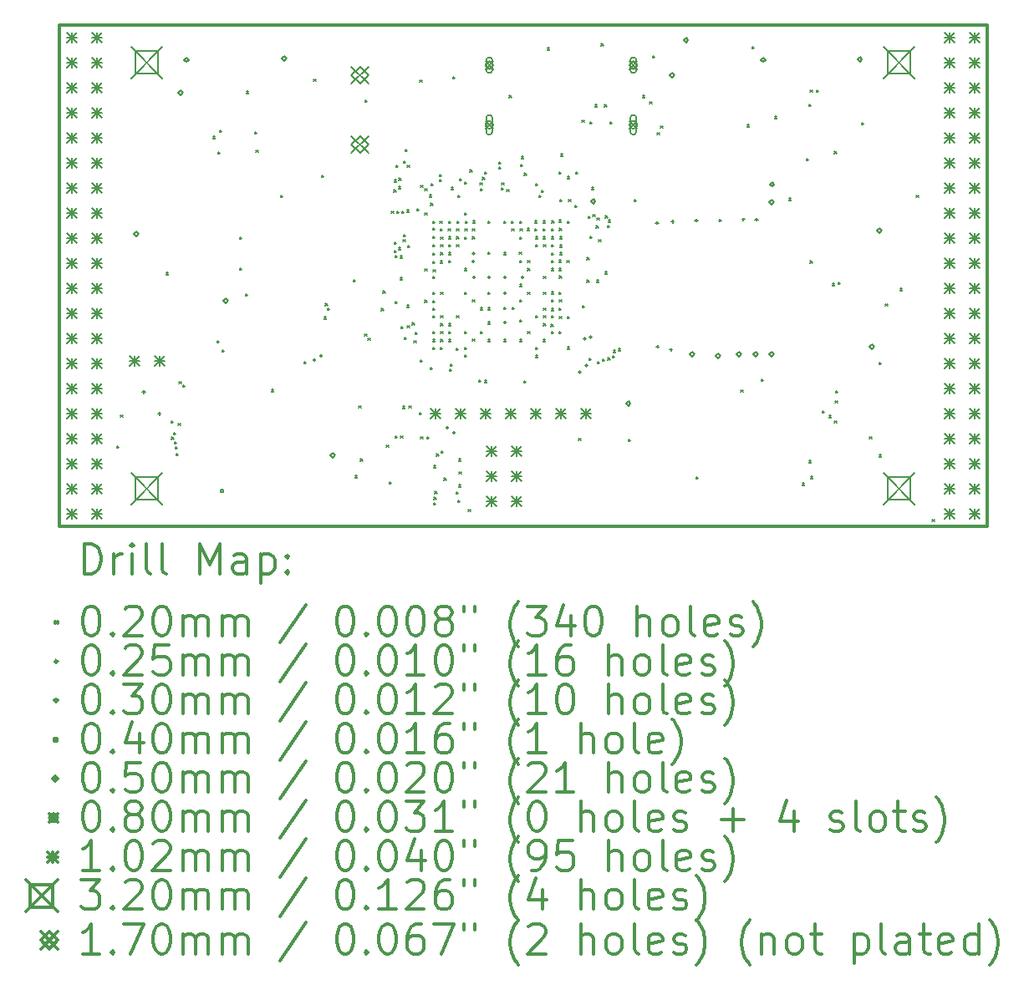
<source format=gbr>
%FSLAX45Y45*%
G04 Gerber Fmt 4.5, Leading zero omitted, Abs format (unit mm)*
G04 Created by KiCad (PCBNEW 4.0.7+dfsg1-1) date Fri Nov 10 21:50:05 2017*
%MOMM*%
%LPD*%
G01*
G04 APERTURE LIST*
%ADD10C,0.127000*%
%ADD11C,0.300000*%
%ADD12C,0.200000*%
G04 APERTURE END LIST*
D10*
D11*
X9410000Y-6142000D02*
X9410000Y-11222000D01*
X18808000Y-6142000D02*
X9410000Y-6142000D01*
X18808000Y-11222000D02*
X18808000Y-6142000D01*
X9410000Y-11222000D02*
X18808000Y-11222000D01*
D12*
X9998000Y-10410000D02*
X10018000Y-10430000D01*
X10018000Y-10410000D02*
X9998000Y-10430000D01*
X10035000Y-10094400D02*
X10055000Y-10114400D01*
X10055000Y-10094400D02*
X10035000Y-10114400D01*
X10493771Y-8653299D02*
X10513771Y-8673299D01*
X10513771Y-8653299D02*
X10493771Y-8673299D01*
X10547276Y-10156132D02*
X10567276Y-10176132D01*
X10567276Y-10156132D02*
X10547276Y-10176132D01*
X10552725Y-10321224D02*
X10572725Y-10341224D01*
X10572725Y-10321224D02*
X10552725Y-10341224D01*
X10571376Y-10271934D02*
X10591376Y-10291934D01*
X10591376Y-10271934D02*
X10571376Y-10291934D01*
X10579560Y-10366582D02*
X10599560Y-10386582D01*
X10599560Y-10366582D02*
X10579560Y-10386582D01*
X10589272Y-10418380D02*
X10609272Y-10438380D01*
X10609272Y-10418380D02*
X10589272Y-10438380D01*
X10598875Y-10487404D02*
X10618875Y-10507404D01*
X10618875Y-10487404D02*
X10598875Y-10507404D01*
X10618105Y-10179347D02*
X10638105Y-10199347D01*
X10638105Y-10179347D02*
X10618105Y-10199347D01*
X10626851Y-9756275D02*
X10646851Y-9776275D01*
X10646851Y-9756275D02*
X10626851Y-9776275D01*
X10664117Y-9793541D02*
X10684117Y-9813541D01*
X10684117Y-9793541D02*
X10664117Y-9813541D01*
X10972800Y-7273000D02*
X10992800Y-7293000D01*
X10992800Y-7273000D02*
X10972800Y-7293000D01*
X11014904Y-9343377D02*
X11034904Y-9363377D01*
X11034904Y-9343377D02*
X11014904Y-9363377D01*
X11021352Y-7428070D02*
X11041352Y-7448070D01*
X11041352Y-7428070D02*
X11021352Y-7448070D01*
X11038300Y-7211500D02*
X11058300Y-7231500D01*
X11058300Y-7211500D02*
X11038300Y-7231500D01*
X11061873Y-9435178D02*
X11081873Y-9455178D01*
X11081873Y-9435178D02*
X11061873Y-9455178D01*
X11241500Y-8291000D02*
X11261500Y-8311000D01*
X11261500Y-8291000D02*
X11241500Y-8311000D01*
X11241500Y-8608500D02*
X11261500Y-8628500D01*
X11261500Y-8608500D02*
X11241500Y-8628500D01*
X11298000Y-8870000D02*
X11318000Y-8890000D01*
X11318000Y-8870000D02*
X11298000Y-8890000D01*
X11311224Y-6814440D02*
X11331224Y-6834440D01*
X11331224Y-6814440D02*
X11311224Y-6834440D01*
X11393900Y-7224200D02*
X11413900Y-7244200D01*
X11413900Y-7224200D02*
X11393900Y-7244200D01*
X11406600Y-7414700D02*
X11426600Y-7434700D01*
X11426600Y-7414700D02*
X11406600Y-7434700D01*
X11563000Y-9839314D02*
X11583000Y-9859314D01*
X11583000Y-9839314D02*
X11563000Y-9859314D01*
X11655434Y-7867799D02*
X11675434Y-7887799D01*
X11675434Y-7867799D02*
X11655434Y-7887799D01*
X11890851Y-9556294D02*
X11910851Y-9576294D01*
X11910851Y-9556294D02*
X11890851Y-9576294D01*
X11990800Y-6690800D02*
X12010800Y-6710800D01*
X12010800Y-6690800D02*
X11990800Y-6710800D01*
X12073455Y-7667909D02*
X12093455Y-7687909D01*
X12093455Y-7667909D02*
X12073455Y-7687909D01*
X12094120Y-9102507D02*
X12114120Y-9122507D01*
X12114120Y-9102507D02*
X12094120Y-9122507D01*
X12110622Y-8966255D02*
X12130622Y-8986255D01*
X12130622Y-8966255D02*
X12110622Y-8986255D01*
X12130195Y-9015187D02*
X12150195Y-9035187D01*
X12150195Y-9015187D02*
X12130195Y-9035187D01*
X12392771Y-8724771D02*
X12412771Y-8744771D01*
X12412771Y-8724771D02*
X12392771Y-8744771D01*
X12392771Y-8724771D02*
X12412771Y-8744771D01*
X12412771Y-8724771D02*
X12392771Y-8744771D01*
X12410242Y-10710764D02*
X12430242Y-10730764D01*
X12430242Y-10710764D02*
X12410242Y-10730764D01*
X12448000Y-10005500D02*
X12468000Y-10025500D01*
X12468000Y-10005500D02*
X12448000Y-10025500D01*
X12464182Y-10539469D02*
X12484182Y-10559469D01*
X12484182Y-10539469D02*
X12464182Y-10559469D01*
X12506739Y-9274152D02*
X12526739Y-9294152D01*
X12526739Y-9274152D02*
X12506739Y-9294152D01*
X12509354Y-6905685D02*
X12529354Y-6925685D01*
X12529354Y-6905685D02*
X12509354Y-6925685D01*
X12539954Y-9315068D02*
X12559954Y-9335068D01*
X12559954Y-9315068D02*
X12539954Y-9335068D01*
X12678001Y-9017611D02*
X12698001Y-9037611D01*
X12698001Y-9017611D02*
X12678001Y-9037611D01*
X12694005Y-8838107D02*
X12714005Y-8858107D01*
X12714005Y-8838107D02*
X12694005Y-8858107D01*
X12725815Y-10402805D02*
X12745815Y-10422805D01*
X12745815Y-10402805D02*
X12725815Y-10422805D01*
X12755664Y-10771679D02*
X12775664Y-10791679D01*
X12775664Y-10771679D02*
X12755664Y-10791679D01*
X12778962Y-8030743D02*
X12798962Y-8050743D01*
X12798962Y-8030743D02*
X12778962Y-8050743D01*
X12802557Y-7813365D02*
X12822557Y-7833365D01*
X12822557Y-7813365D02*
X12802557Y-7833365D01*
X12805201Y-7714196D02*
X12825201Y-7734196D01*
X12825201Y-7714196D02*
X12805201Y-7734196D01*
X12806546Y-8342876D02*
X12826546Y-8362876D01*
X12826546Y-8342876D02*
X12806546Y-8362876D01*
X12808416Y-8429135D02*
X12828416Y-8449135D01*
X12828416Y-8429135D02*
X12808416Y-8449135D01*
X12815144Y-8946421D02*
X12835144Y-8966421D01*
X12835144Y-8946421D02*
X12815144Y-8966421D01*
X12815856Y-8481308D02*
X12835856Y-8501308D01*
X12835856Y-8481308D02*
X12815856Y-8501308D01*
X12818000Y-10310000D02*
X12838000Y-10330000D01*
X12838000Y-10310000D02*
X12818000Y-10330000D01*
X12824906Y-7565392D02*
X12844906Y-7585392D01*
X12844906Y-7565392D02*
X12824906Y-7585392D01*
X12831658Y-8029985D02*
X12851658Y-8049985D01*
X12851658Y-8029985D02*
X12831658Y-8049985D01*
X12849054Y-7779404D02*
X12869054Y-7799404D01*
X12869054Y-7779404D02*
X12849054Y-7799404D01*
X12850625Y-8397579D02*
X12870625Y-8417579D01*
X12870625Y-8397579D02*
X12850625Y-8417579D01*
X12854493Y-7695003D02*
X12874493Y-7715003D01*
X12874493Y-7695003D02*
X12854493Y-7715003D01*
X12867665Y-8703514D02*
X12887665Y-8723514D01*
X12887665Y-8703514D02*
X12867665Y-8723514D01*
X12868556Y-8482884D02*
X12888556Y-8502884D01*
X12888556Y-8482884D02*
X12868556Y-8502884D01*
X12870682Y-10308590D02*
X12890682Y-10328590D01*
X12890682Y-10308590D02*
X12870682Y-10328590D01*
X12877965Y-9201104D02*
X12897965Y-9221104D01*
X12897965Y-9201104D02*
X12877965Y-9221104D01*
X12884359Y-8029973D02*
X12904359Y-8049973D01*
X12904359Y-8029973D02*
X12884359Y-8049973D01*
X12890520Y-10007480D02*
X12910520Y-10027480D01*
X12910520Y-10007480D02*
X12890520Y-10027480D01*
X12895596Y-8320413D02*
X12915596Y-8340413D01*
X12915596Y-8320413D02*
X12895596Y-8340413D01*
X12902508Y-7521580D02*
X12922508Y-7541580D01*
X12922508Y-7521580D02*
X12902508Y-7541580D01*
X12902799Y-8268206D02*
X12922799Y-8288206D01*
X12922799Y-8268206D02*
X12902799Y-8288206D01*
X12909665Y-9310913D02*
X12929665Y-9330913D01*
X12929665Y-9310913D02*
X12909665Y-9330913D01*
X12915222Y-7404246D02*
X12935222Y-7424246D01*
X12935222Y-7404246D02*
X12915222Y-7424246D01*
X12934924Y-8982695D02*
X12954924Y-9002695D01*
X12954924Y-8982695D02*
X12934924Y-9002695D01*
X12935799Y-8018511D02*
X12955799Y-8038511D01*
X12955799Y-8018511D02*
X12935799Y-8038511D01*
X12937785Y-9190082D02*
X12957785Y-9210082D01*
X12957785Y-9190082D02*
X12937785Y-9210082D01*
X12939334Y-7563781D02*
X12959334Y-7583781D01*
X12959334Y-7563781D02*
X12939334Y-7583781D01*
X12942118Y-8375373D02*
X12962118Y-8395373D01*
X12962118Y-8375373D02*
X12942118Y-8395373D01*
X12956000Y-10005500D02*
X12976000Y-10025500D01*
X12976000Y-10005500D02*
X12956000Y-10025500D01*
X12988816Y-9162200D02*
X13008816Y-9182200D01*
X13008816Y-9162200D02*
X12988816Y-9182200D01*
X13007140Y-9344434D02*
X13027140Y-9364434D01*
X13027140Y-9344434D02*
X13007140Y-9364434D01*
X13020226Y-9260033D02*
X13040226Y-9280033D01*
X13040226Y-9260033D02*
X13020226Y-9280033D01*
X13038990Y-8006723D02*
X13058990Y-8026723D01*
X13058990Y-8006723D02*
X13038990Y-8026723D01*
X13059238Y-10069000D02*
X13079238Y-10089000D01*
X13079238Y-10069000D02*
X13059238Y-10089000D01*
X13066199Y-6701962D02*
X13086199Y-6721962D01*
X13086199Y-6701962D02*
X13066199Y-6721962D01*
X13070707Y-9535414D02*
X13090707Y-9555414D01*
X13090707Y-9535414D02*
X13070707Y-9555414D01*
X13073949Y-10316052D02*
X13093949Y-10336052D01*
X13093949Y-10316052D02*
X13073949Y-10336052D01*
X13075683Y-7768682D02*
X13095683Y-7788682D01*
X13095683Y-7768682D02*
X13075683Y-7788682D01*
X13115313Y-7803422D02*
X13135313Y-7823422D01*
X13135313Y-7803422D02*
X13115313Y-7823422D01*
X13115453Y-8615136D02*
X13135453Y-8635136D01*
X13135453Y-8615136D02*
X13115453Y-8635136D01*
X13117530Y-8049575D02*
X13137530Y-8069575D01*
X13137530Y-8049575D02*
X13117530Y-8069575D01*
X13117950Y-8930733D02*
X13137950Y-8950733D01*
X13137950Y-8930733D02*
X13117950Y-8950733D01*
X13135385Y-10316052D02*
X13155385Y-10336052D01*
X13155385Y-10316052D02*
X13135385Y-10336052D01*
X13160933Y-7864587D02*
X13180933Y-7884587D01*
X13180933Y-7864587D02*
X13160933Y-7884587D01*
X13170890Y-9612737D02*
X13190890Y-9632737D01*
X13190890Y-9612737D02*
X13170890Y-9632737D01*
X13174731Y-7948989D02*
X13194731Y-7968989D01*
X13194731Y-7948989D02*
X13174731Y-7968989D01*
X13182329Y-7748485D02*
X13202329Y-7768485D01*
X13202329Y-7748485D02*
X13182329Y-7768485D01*
X13196210Y-8453530D02*
X13216210Y-8473530D01*
X13216210Y-8453530D02*
X13196210Y-8473530D01*
X13197362Y-8537931D02*
X13217362Y-8557931D01*
X13217362Y-8537931D02*
X13197362Y-8557931D01*
X13197765Y-9087799D02*
X13217765Y-9107799D01*
X13217765Y-9087799D02*
X13197765Y-9107799D01*
X13198000Y-8130000D02*
X13218000Y-8150000D01*
X13218000Y-8130000D02*
X13198000Y-8150000D01*
X13198000Y-8690000D02*
X13218000Y-8710000D01*
X13218000Y-8690000D02*
X13198000Y-8710000D01*
X13198000Y-9250000D02*
X13218000Y-9270000D01*
X13218000Y-9250000D02*
X13198000Y-9270000D01*
X13198000Y-9330000D02*
X13218000Y-9350000D01*
X13218000Y-9330000D02*
X13198000Y-9350000D01*
X13198000Y-9410000D02*
X13218000Y-9430000D01*
X13218000Y-9410000D02*
X13198000Y-9430000D01*
X13198131Y-8286881D02*
X13218131Y-8306881D01*
X13218131Y-8286881D02*
X13198131Y-8306881D01*
X13198276Y-8202480D02*
X13218276Y-8222480D01*
X13218276Y-8202480D02*
X13198276Y-8222480D01*
X13198296Y-9011078D02*
X13218296Y-9031078D01*
X13218296Y-9011078D02*
X13198296Y-9031078D01*
X13198368Y-8371282D02*
X13218368Y-8391283D01*
X13218368Y-8371282D02*
X13198368Y-8391283D01*
X13198405Y-8849948D02*
X13218405Y-8869948D01*
X13218405Y-8849948D02*
X13198405Y-8869948D01*
X13199292Y-8934646D02*
X13219292Y-8954646D01*
X13219292Y-8934646D02*
X13199292Y-8954646D01*
X13200389Y-8622332D02*
X13220389Y-8642332D01*
X13220389Y-8622332D02*
X13200389Y-8642332D01*
X13204611Y-10984026D02*
X13224611Y-11004026D01*
X13224611Y-10984026D02*
X13204611Y-11004026D01*
X13206286Y-10608587D02*
X13226286Y-10628587D01*
X13226286Y-10608587D02*
X13206286Y-10628587D01*
X13208900Y-10931500D02*
X13228900Y-10951500D01*
X13228900Y-10931500D02*
X13208900Y-10951500D01*
X13218000Y-10870000D02*
X13238000Y-10890000D01*
X13238000Y-10870000D02*
X13218000Y-10890000D01*
X13234844Y-10489450D02*
X13254844Y-10509450D01*
X13254844Y-10489450D02*
X13234844Y-10509450D01*
X13263724Y-7657621D02*
X13283724Y-7677621D01*
X13283724Y-7657621D02*
X13263724Y-7677621D01*
X13266117Y-7710267D02*
X13286117Y-7730267D01*
X13286117Y-7710267D02*
X13266117Y-7730267D01*
X13268334Y-8130000D02*
X13288334Y-8150000D01*
X13288334Y-8130000D02*
X13268334Y-8150000D01*
X13271035Y-8207799D02*
X13291035Y-8227799D01*
X13291035Y-8207799D02*
X13271035Y-8227799D01*
X13274520Y-8535556D02*
X13294520Y-8555556D01*
X13294520Y-8535556D02*
X13274520Y-8555556D01*
X13274623Y-9409707D02*
X13294623Y-9429707D01*
X13294623Y-9409707D02*
X13274623Y-9429707D01*
X13278000Y-8290949D02*
X13298000Y-8310949D01*
X13298000Y-8290949D02*
X13278000Y-8310949D01*
X13278000Y-8850000D02*
X13298000Y-8870000D01*
X13298000Y-8850000D02*
X13278000Y-8870000D01*
X13278000Y-9090000D02*
X13298000Y-9110000D01*
X13298000Y-9090000D02*
X13278000Y-9110000D01*
X13278000Y-9170000D02*
X13298000Y-9190000D01*
X13298000Y-9170000D02*
X13278000Y-9190000D01*
X13278000Y-9250000D02*
X13298000Y-9270000D01*
X13298000Y-9250000D02*
X13278000Y-9270000D01*
X13278000Y-9330000D02*
X13298000Y-9350000D01*
X13298000Y-9330000D02*
X13278000Y-9350000D01*
X13278042Y-8449051D02*
X13298042Y-8469051D01*
X13298042Y-8449051D02*
X13278042Y-8469051D01*
X13278650Y-8369051D02*
X13298650Y-8389051D01*
X13298650Y-8369051D02*
X13278650Y-8389051D01*
X13283696Y-10459892D02*
X13303696Y-10479892D01*
X13303696Y-10459892D02*
X13283696Y-10479892D01*
X13311600Y-10736500D02*
X13331600Y-10756500D01*
X13331600Y-10736500D02*
X13311600Y-10756500D01*
X13354839Y-8209060D02*
X13374839Y-8229060D01*
X13374839Y-8209060D02*
X13354839Y-8229060D01*
X13357194Y-8449520D02*
X13377194Y-8469520D01*
X13377194Y-8449520D02*
X13357194Y-8469520D01*
X13357258Y-8131468D02*
X13377258Y-8151468D01*
X13377258Y-8131468D02*
X13357258Y-8151468D01*
X13358000Y-8290000D02*
X13378000Y-8310000D01*
X13378000Y-8290000D02*
X13358000Y-8310000D01*
X13358000Y-8370000D02*
X13378000Y-8390000D01*
X13378000Y-8370000D02*
X13358000Y-8390000D01*
X13358000Y-8530000D02*
X13378000Y-8550000D01*
X13378000Y-8530000D02*
X13358000Y-8550000D01*
X13358000Y-9170000D02*
X13378000Y-9190000D01*
X13378000Y-9170000D02*
X13358000Y-9190000D01*
X13358000Y-9250000D02*
X13378000Y-9270000D01*
X13378000Y-9250000D02*
X13358000Y-9270000D01*
X13358548Y-9330230D02*
X13378548Y-9350230D01*
X13378548Y-9330230D02*
X13358548Y-9350230D01*
X13366285Y-9629515D02*
X13386285Y-9649515D01*
X13386285Y-9629515D02*
X13366285Y-9649515D01*
X13375239Y-9577580D02*
X13395239Y-9597580D01*
X13395239Y-9577580D02*
X13375239Y-9597580D01*
X13384238Y-7788077D02*
X13404238Y-7808077D01*
X13404238Y-7788077D02*
X13384238Y-7808077D01*
X13397916Y-6668615D02*
X13417916Y-6688615D01*
X13417916Y-6668615D02*
X13397916Y-6688615D01*
X13435582Y-9416717D02*
X13455582Y-9436717D01*
X13455582Y-9416717D02*
X13435582Y-9436717D01*
X13436400Y-10874197D02*
X13456400Y-10894197D01*
X13456400Y-10874197D02*
X13436400Y-10894197D01*
X13437651Y-8208015D02*
X13457651Y-8228015D01*
X13457651Y-8208015D02*
X13437651Y-8228015D01*
X13438000Y-8290000D02*
X13458000Y-8310000D01*
X13458000Y-8290000D02*
X13438000Y-8310000D01*
X13438000Y-8370000D02*
X13458000Y-8390000D01*
X13458000Y-8370000D02*
X13438000Y-8390000D01*
X13438000Y-9090000D02*
X13458000Y-9110000D01*
X13458000Y-9090000D02*
X13438000Y-9110000D01*
X13441659Y-8130675D02*
X13461659Y-8150675D01*
X13461659Y-8130675D02*
X13441659Y-8150675D01*
X13451300Y-7871900D02*
X13471300Y-7891900D01*
X13471300Y-7871900D02*
X13451300Y-7891900D01*
X13453687Y-10961995D02*
X13473687Y-10981995D01*
X13473687Y-10961995D02*
X13453687Y-10981995D01*
X13457587Y-10803159D02*
X13477587Y-10823159D01*
X13477587Y-10803159D02*
X13457587Y-10823159D01*
X13460735Y-10540845D02*
X13480735Y-10560845D01*
X13480735Y-10540845D02*
X13460735Y-10560845D01*
X13465065Y-10671051D02*
X13485065Y-10691051D01*
X13485065Y-10671051D02*
X13465065Y-10691051D01*
X13465805Y-7703014D02*
X13485805Y-7723014D01*
X13485805Y-7703014D02*
X13465805Y-7723014D01*
X13517331Y-8851860D02*
X13537331Y-8871860D01*
X13537331Y-8851860D02*
X13517331Y-8871860D01*
X13518000Y-8292201D02*
X13538000Y-8312201D01*
X13538000Y-8292201D02*
X13518000Y-8312201D01*
X13518000Y-8610000D02*
X13538000Y-8630000D01*
X13538000Y-8610000D02*
X13518000Y-8630000D01*
X13518000Y-9250000D02*
X13538000Y-9270000D01*
X13538000Y-9250000D02*
X13518000Y-9270000D01*
X13518006Y-7736330D02*
X13538006Y-7756330D01*
X13538006Y-7736330D02*
X13518006Y-7756330D01*
X13518128Y-8048312D02*
X13538128Y-8068312D01*
X13538128Y-8048312D02*
X13518128Y-8068312D01*
X13518463Y-9488530D02*
X13538463Y-9508530D01*
X13538463Y-9488530D02*
X13518463Y-9508530D01*
X13518862Y-9412562D02*
X13538862Y-9432562D01*
X13538862Y-9412562D02*
X13518862Y-9432562D01*
X13522052Y-8209644D02*
X13542052Y-8229644D01*
X13542052Y-8209644D02*
X13522052Y-8229644D01*
X13526061Y-8129883D02*
X13546061Y-8149883D01*
X13546061Y-8129883D02*
X13526061Y-8149883D01*
X13555656Y-11051071D02*
X13575656Y-11071071D01*
X13575656Y-11051071D02*
X13555656Y-11071071D01*
X13573070Y-7610061D02*
X13593070Y-7630061D01*
X13593070Y-7610061D02*
X13573070Y-7630061D01*
X13598000Y-8210000D02*
X13618000Y-8230000D01*
X13618000Y-8210000D02*
X13598000Y-8230000D01*
X13598000Y-8290000D02*
X13618000Y-8310000D01*
X13618000Y-8290000D02*
X13598000Y-8310000D01*
X13598517Y-8929483D02*
X13618517Y-8949483D01*
X13618517Y-8929483D02*
X13598517Y-8949483D01*
X13599596Y-9326965D02*
X13619596Y-9346965D01*
X13619596Y-9326965D02*
X13599596Y-9346965D01*
X13604162Y-8128505D02*
X13624162Y-8148505D01*
X13624162Y-8128505D02*
X13604162Y-8148505D01*
X13664090Y-9741450D02*
X13684090Y-9761450D01*
X13684090Y-9741450D02*
X13664090Y-9761450D01*
X13675954Y-7745082D02*
X13695954Y-7765082D01*
X13695954Y-7745082D02*
X13675954Y-7765082D01*
X13678000Y-9250000D02*
X13698000Y-9270000D01*
X13698000Y-9250000D02*
X13678000Y-9270000D01*
X13678517Y-9009483D02*
X13698517Y-9029483D01*
X13698517Y-9009483D02*
X13678517Y-9029483D01*
X13682206Y-7799789D02*
X13702206Y-7819789D01*
X13702206Y-7799789D02*
X13682206Y-7819789D01*
X13700695Y-7687992D02*
X13720695Y-7707992D01*
X13720695Y-7687992D02*
X13700695Y-7707992D01*
X13719559Y-9743802D02*
X13739559Y-9763802D01*
X13739559Y-9743802D02*
X13719559Y-9763802D01*
X13720873Y-7631502D02*
X13740873Y-7651502D01*
X13740873Y-7631502D02*
X13720873Y-7651502D01*
X13755905Y-9153803D02*
X13775905Y-9173803D01*
X13775905Y-9153803D02*
X13755905Y-9173803D01*
X13758000Y-8130000D02*
X13778000Y-8150000D01*
X13778000Y-8130000D02*
X13758000Y-8150000D01*
X13758000Y-8850000D02*
X13778000Y-8870000D01*
X13778000Y-8850000D02*
X13758000Y-8870000D01*
X13758000Y-9007299D02*
X13778000Y-9027299D01*
X13778000Y-9007299D02*
X13758000Y-9027299D01*
X13758000Y-9330000D02*
X13778000Y-9350000D01*
X13778000Y-9330000D02*
X13758000Y-9350000D01*
X13758056Y-8443409D02*
X13778056Y-8463409D01*
X13778056Y-8443409D02*
X13758056Y-8463409D01*
X13867568Y-7584299D02*
X13887568Y-7604299D01*
X13887568Y-7584299D02*
X13867568Y-7604299D01*
X13867920Y-7530076D02*
X13887920Y-7550076D01*
X13887920Y-7530076D02*
X13867920Y-7550076D01*
X13893411Y-7794095D02*
X13913411Y-7814095D01*
X13913411Y-7794095D02*
X13893411Y-7814095D01*
X13894675Y-7741409D02*
X13914675Y-7761409D01*
X13914675Y-7741409D02*
X13894675Y-7761409D01*
X13917252Y-8451135D02*
X13937252Y-8471135D01*
X13937252Y-8451135D02*
X13917252Y-8471135D01*
X13918000Y-8130000D02*
X13938000Y-8150000D01*
X13938000Y-8130000D02*
X13918000Y-8150000D01*
X13918000Y-9002299D02*
X13938000Y-9022299D01*
X13938000Y-9002299D02*
X13918000Y-9022299D01*
X13918000Y-9330000D02*
X13938000Y-9350000D01*
X13938000Y-9330000D02*
X13918000Y-9350000D01*
X13947862Y-7810586D02*
X13967862Y-7830586D01*
X13967862Y-7810586D02*
X13947862Y-7830586D01*
X13972000Y-6856567D02*
X13992000Y-6876567D01*
X13992000Y-6856567D02*
X13972000Y-6876567D01*
X13993599Y-8130000D02*
X14013599Y-8150000D01*
X14013599Y-8130000D02*
X13993599Y-8150000D01*
X13998000Y-8210000D02*
X14018000Y-8230000D01*
X14018000Y-8210000D02*
X13998000Y-8230000D01*
X13999489Y-9002299D02*
X14019489Y-9022299D01*
X14019489Y-9002299D02*
X13999489Y-9022299D01*
X14073600Y-8443400D02*
X14093600Y-8463400D01*
X14093600Y-8443400D02*
X14073600Y-8463400D01*
X14076403Y-8294140D02*
X14096403Y-8314140D01*
X14096403Y-8294140D02*
X14076403Y-8314140D01*
X14077419Y-9133335D02*
X14097419Y-9153335D01*
X14097419Y-9133335D02*
X14077419Y-9153335D01*
X14078000Y-8130000D02*
X14098000Y-8150000D01*
X14098000Y-8130000D02*
X14078000Y-8150000D01*
X14078000Y-8530000D02*
X14098000Y-8550000D01*
X14098000Y-8530000D02*
X14078000Y-8550000D01*
X14078000Y-8770000D02*
X14098000Y-8790000D01*
X14098000Y-8770000D02*
X14078000Y-8790000D01*
X14078000Y-8930000D02*
X14098000Y-8950000D01*
X14098000Y-8930000D02*
X14078000Y-8950000D01*
X14078000Y-9330000D02*
X14098000Y-9350000D01*
X14098000Y-9330000D02*
X14078000Y-9350000D01*
X14082401Y-8207928D02*
X14102401Y-8227928D01*
X14102401Y-8207928D02*
X14082401Y-8227928D01*
X14088006Y-7558194D02*
X14108006Y-7578194D01*
X14108006Y-7558194D02*
X14088006Y-7578194D01*
X14094664Y-7477380D02*
X14114664Y-7497380D01*
X14114664Y-7477380D02*
X14094664Y-7497380D01*
X14118000Y-9750000D02*
X14138000Y-9770000D01*
X14138000Y-9750000D02*
X14118000Y-9770000D01*
X14124297Y-7645500D02*
X14144297Y-7665500D01*
X14144297Y-7645500D02*
X14124297Y-7665500D01*
X14155799Y-8203034D02*
X14175799Y-8223034D01*
X14175799Y-8203034D02*
X14155799Y-8223034D01*
X14158000Y-8530000D02*
X14178000Y-8550000D01*
X14178000Y-8530000D02*
X14158000Y-8550000D01*
X14158000Y-8610000D02*
X14178000Y-8630000D01*
X14178000Y-8610000D02*
X14158000Y-8630000D01*
X14158000Y-8850000D02*
X14178000Y-8870000D01*
X14178000Y-8850000D02*
X14158000Y-8870000D01*
X14158000Y-9250000D02*
X14178000Y-9270000D01*
X14178000Y-9250000D02*
X14158000Y-9270000D01*
X14229642Y-8209139D02*
X14249642Y-8229139D01*
X14249642Y-8209139D02*
X14229642Y-8229139D01*
X14231398Y-8128224D02*
X14251398Y-8148224D01*
X14251398Y-8128224D02*
X14231398Y-8148224D01*
X14237355Y-8289891D02*
X14257355Y-8309891D01*
X14257355Y-8289891D02*
X14237355Y-8309891D01*
X14238000Y-7750000D02*
X14258000Y-7770000D01*
X14258000Y-7750000D02*
X14238000Y-7770000D01*
X14238000Y-8370000D02*
X14258000Y-8390000D01*
X14258000Y-8370000D02*
X14238000Y-8390000D01*
X14238000Y-9090000D02*
X14258000Y-9110000D01*
X14258000Y-9090000D02*
X14238000Y-9110000D01*
X14238000Y-9410000D02*
X14258000Y-9430000D01*
X14258000Y-9410000D02*
X14238000Y-9430000D01*
X14238000Y-9490000D02*
X14258000Y-9510000D01*
X14258000Y-9490000D02*
X14238000Y-9510000D01*
X14274121Y-7868425D02*
X14294121Y-7888425D01*
X14294121Y-7868425D02*
X14274121Y-7888425D01*
X14295799Y-7820389D02*
X14315799Y-7840389D01*
X14315799Y-7820389D02*
X14295799Y-7840389D01*
X14315799Y-8127963D02*
X14335799Y-8147963D01*
X14335799Y-8127963D02*
X14315799Y-8147963D01*
X14315799Y-8210715D02*
X14335799Y-8230715D01*
X14335799Y-8210715D02*
X14315799Y-8230715D01*
X14315799Y-8290000D02*
X14335799Y-8310000D01*
X14335799Y-8290000D02*
X14315799Y-8310000D01*
X14316969Y-9331491D02*
X14336969Y-9351491D01*
X14336969Y-9331491D02*
X14316969Y-9351491D01*
X14317803Y-8849503D02*
X14337803Y-8869503D01*
X14337803Y-8849503D02*
X14317803Y-8869503D01*
X14318000Y-8370000D02*
X14338000Y-8390000D01*
X14338000Y-8370000D02*
X14318000Y-8390000D01*
X14318000Y-8690000D02*
X14338000Y-8710000D01*
X14338000Y-8690000D02*
X14318000Y-8710000D01*
X14318000Y-9090000D02*
X14338000Y-9110000D01*
X14338000Y-9090000D02*
X14318000Y-9110000D01*
X14318000Y-9170000D02*
X14338000Y-9190000D01*
X14338000Y-9170000D02*
X14318000Y-9190000D01*
X14318182Y-9010195D02*
X14338182Y-9030195D01*
X14338182Y-9010195D02*
X14318182Y-9030195D01*
X14355067Y-6376252D02*
X14375067Y-6396252D01*
X14375067Y-6376252D02*
X14355067Y-6396252D01*
X14396483Y-9177765D02*
X14416483Y-9197765D01*
X14416483Y-9177765D02*
X14396483Y-9197765D01*
X14397624Y-8929530D02*
X14417624Y-8949530D01*
X14417624Y-8929530D02*
X14397624Y-8949530D01*
X14397701Y-9016697D02*
X14417701Y-9036697D01*
X14417701Y-9016697D02*
X14397701Y-9036697D01*
X14398000Y-8610000D02*
X14418000Y-8630000D01*
X14418000Y-8610000D02*
X14398000Y-8630000D01*
X14398000Y-9090000D02*
X14418000Y-9110000D01*
X14418000Y-9090000D02*
X14398000Y-9110000D01*
X14398283Y-8848451D02*
X14418283Y-8868451D01*
X14418283Y-8848451D02*
X14398283Y-8868451D01*
X14400201Y-8208560D02*
X14420201Y-8228560D01*
X14420201Y-8208560D02*
X14400201Y-8228560D01*
X14400201Y-8290000D02*
X14420201Y-8310000D01*
X14420201Y-8290000D02*
X14400201Y-8310000D01*
X14400201Y-8529722D02*
X14420201Y-8549722D01*
X14420201Y-8529722D02*
X14400201Y-8549722D01*
X14400319Y-8367799D02*
X14420319Y-8387799D01*
X14420319Y-8367799D02*
X14400319Y-8387799D01*
X14400319Y-8452201D02*
X14420319Y-8472201D01*
X14420319Y-8452201D02*
X14400319Y-8472201D01*
X14401325Y-9248876D02*
X14421325Y-9268876D01*
X14421325Y-9248876D02*
X14401325Y-9268876D01*
X14404602Y-8127478D02*
X14424602Y-8147478D01*
X14424602Y-8127478D02*
X14404602Y-8147478D01*
X14476042Y-7630617D02*
X14496042Y-7650617D01*
X14496042Y-7630617D02*
X14476042Y-7650617D01*
X14476724Y-9012976D02*
X14496724Y-9032976D01*
X14496724Y-9012976D02*
X14476724Y-9032976D01*
X14476810Y-8527135D02*
X14496810Y-8547135D01*
X14496810Y-8527135D02*
X14476810Y-8547135D01*
X14477515Y-8611890D02*
X14497515Y-8631890D01*
X14497515Y-8611890D02*
X14477515Y-8631890D01*
X14477765Y-8852201D02*
X14497765Y-8872201D01*
X14497765Y-8852201D02*
X14477765Y-8872201D01*
X14478000Y-8120333D02*
X14498000Y-8140333D01*
X14498000Y-8120333D02*
X14478000Y-8140333D01*
X14478235Y-9247799D02*
X14498235Y-9267799D01*
X14498235Y-9247799D02*
X14478235Y-9267799D01*
X14478812Y-8204735D02*
X14498812Y-8224735D01*
X14498812Y-8204735D02*
X14478812Y-8224735D01*
X14479163Y-9097377D02*
X14499163Y-9117377D01*
X14499163Y-9097377D02*
X14479163Y-9117377D01*
X14479260Y-8928574D02*
X14499260Y-8948574D01*
X14499260Y-8928574D02*
X14479260Y-8948574D01*
X14479432Y-8687756D02*
X14499432Y-8707756D01*
X14499432Y-8687756D02*
X14479432Y-8707756D01*
X14481566Y-8449874D02*
X14501566Y-8469874D01*
X14501566Y-8449874D02*
X14481566Y-8469874D01*
X14481689Y-8289136D02*
X14501689Y-8309136D01*
X14501689Y-8289136D02*
X14481689Y-8309136D01*
X14481729Y-8373537D02*
X14501729Y-8393537D01*
X14501729Y-8373537D02*
X14481729Y-8393537D01*
X14486249Y-7913538D02*
X14506249Y-7933538D01*
X14506249Y-7913538D02*
X14486249Y-7933538D01*
X14491706Y-7451113D02*
X14511706Y-7471113D01*
X14511706Y-7451113D02*
X14491706Y-7471113D01*
X14557281Y-8529606D02*
X14577281Y-8549606D01*
X14577281Y-8529606D02*
X14557281Y-8549606D01*
X14558000Y-8130000D02*
X14578000Y-8150000D01*
X14578000Y-8130000D02*
X14558000Y-8150000D01*
X14558000Y-9407799D02*
X14578000Y-9427799D01*
X14578000Y-9407799D02*
X14558000Y-9427799D01*
X14559846Y-9097377D02*
X14579846Y-9117377D01*
X14579846Y-9097377D02*
X14559846Y-9117377D01*
X14561398Y-7679537D02*
X14581398Y-7699537D01*
X14581398Y-7679537D02*
X14561398Y-7699537D01*
X14573400Y-7909811D02*
X14593400Y-7929811D01*
X14593400Y-7909811D02*
X14573400Y-7929811D01*
X14638141Y-7971938D02*
X14658141Y-7991938D01*
X14658141Y-7971938D02*
X14638141Y-7991938D01*
X14645799Y-7633056D02*
X14665799Y-7653056D01*
X14665799Y-7633056D02*
X14645799Y-7653056D01*
X14674429Y-10335274D02*
X14694429Y-10355274D01*
X14694429Y-10335274D02*
X14674429Y-10355274D01*
X14708600Y-7110000D02*
X14728600Y-7130000D01*
X14728600Y-7110000D02*
X14708600Y-7130000D01*
X14710765Y-8987304D02*
X14730765Y-9007304D01*
X14730765Y-8987304D02*
X14710765Y-9007304D01*
X14758752Y-8499333D02*
X14778752Y-8519333D01*
X14778752Y-8499333D02*
X14758752Y-8519333D01*
X14759554Y-8727799D02*
X14779554Y-8747799D01*
X14779554Y-8727799D02*
X14759554Y-8747799D01*
X14770223Y-8081781D02*
X14790223Y-8101781D01*
X14790223Y-8081781D02*
X14770223Y-8101781D01*
X14782793Y-9522924D02*
X14802793Y-9542924D01*
X14802793Y-9522924D02*
X14782793Y-9542924D01*
X14788315Y-7124708D02*
X14808315Y-7144708D01*
X14808315Y-7124708D02*
X14788315Y-7144708D01*
X14790137Y-8285878D02*
X14810137Y-8305878D01*
X14810137Y-8285878D02*
X14790137Y-8305878D01*
X14806076Y-7788079D02*
X14826076Y-7808079D01*
X14826076Y-7788079D02*
X14806076Y-7808079D01*
X14819827Y-8063981D02*
X14839827Y-8083981D01*
X14839827Y-8063981D02*
X14819827Y-8083981D01*
X14837783Y-6951968D02*
X14857783Y-6971968D01*
X14857783Y-6951968D02*
X14837783Y-6971968D01*
X14851067Y-8180003D02*
X14871067Y-8200003D01*
X14871067Y-8180003D02*
X14851067Y-8200003D01*
X14858860Y-8727808D02*
X14878860Y-8747808D01*
X14878860Y-8727808D02*
X14858860Y-8747808D01*
X14861989Y-8095601D02*
X14881989Y-8115601D01*
X14881989Y-8095601D02*
X14861989Y-8115601D01*
X14864798Y-9556963D02*
X14884798Y-9576963D01*
X14884798Y-9556963D02*
X14864798Y-9576963D01*
X14877872Y-8316103D02*
X14897872Y-8336103D01*
X14897872Y-8316103D02*
X14877872Y-8336103D01*
X14903412Y-6332405D02*
X14923412Y-6352405D01*
X14923412Y-6332405D02*
X14903412Y-6352405D01*
X14918439Y-9527799D02*
X14938439Y-9547799D01*
X14938439Y-9527799D02*
X14918439Y-9547799D01*
X14937595Y-6951968D02*
X14957595Y-6971968D01*
X14957595Y-6951968D02*
X14937595Y-6971968D01*
X14942082Y-8643412D02*
X14962082Y-8663412D01*
X14962082Y-8643412D02*
X14942082Y-8663412D01*
X14944975Y-8076843D02*
X14964975Y-8096843D01*
X14964975Y-8076843D02*
X14944975Y-8096843D01*
X14967169Y-8172566D02*
X14987169Y-8192566D01*
X14987169Y-8172566D02*
X14967169Y-8192566D01*
X14969589Y-9515108D02*
X14989589Y-9535108D01*
X14989589Y-9515108D02*
X14969589Y-9535108D01*
X14974647Y-8120398D02*
X14994647Y-8140398D01*
X14994647Y-8120398D02*
X14974647Y-8140398D01*
X14993085Y-7123185D02*
X15013085Y-7143185D01*
X15013085Y-7123185D02*
X14993085Y-7143185D01*
X15017890Y-9494025D02*
X15037890Y-9514025D01*
X15037890Y-9494025D02*
X15017890Y-9514025D01*
X15024597Y-9441753D02*
X15044597Y-9461753D01*
X15044597Y-9441753D02*
X15024597Y-9461753D01*
X15078921Y-9423257D02*
X15098921Y-9443257D01*
X15098921Y-9423257D02*
X15078921Y-9443257D01*
X15179638Y-10341072D02*
X15199638Y-10361072D01*
X15199638Y-10341072D02*
X15179638Y-10361072D01*
X15239707Y-7909347D02*
X15259707Y-7929347D01*
X15259707Y-7909347D02*
X15239707Y-7929347D01*
X15322234Y-6857342D02*
X15342234Y-6877342D01*
X15342234Y-6857342D02*
X15322234Y-6877342D01*
X15394400Y-6919400D02*
X15414400Y-6939400D01*
X15414400Y-6919400D02*
X15394400Y-6939400D01*
X15422933Y-6454377D02*
X15442933Y-6474377D01*
X15442933Y-6454377D02*
X15422933Y-6474377D01*
X15469400Y-7232600D02*
X15489400Y-7252600D01*
X15489400Y-7232600D02*
X15469400Y-7252600D01*
X15504936Y-7166453D02*
X15524936Y-7186453D01*
X15524936Y-7166453D02*
X15504936Y-7186453D01*
X15861665Y-10722518D02*
X15881665Y-10742518D01*
X15881665Y-10722518D02*
X15861665Y-10742518D01*
X16317742Y-9840172D02*
X16337742Y-9860172D01*
X16337742Y-9840172D02*
X16317742Y-9860172D01*
X16380885Y-7155186D02*
X16400885Y-7175186D01*
X16400885Y-7155186D02*
X16380885Y-7175186D01*
X16433388Y-6363745D02*
X16453388Y-6383745D01*
X16453388Y-6363745D02*
X16433388Y-6383745D01*
X16524921Y-9732292D02*
X16544921Y-9752292D01*
X16544921Y-9732292D02*
X16524921Y-9752292D01*
X16657891Y-7070355D02*
X16677891Y-7090355D01*
X16677891Y-7070355D02*
X16657891Y-7090355D01*
X16806644Y-7900804D02*
X16826644Y-7920804D01*
X16826644Y-7900804D02*
X16806644Y-7920804D01*
X16940659Y-10785373D02*
X16960659Y-10805373D01*
X16960659Y-10785373D02*
X16940659Y-10805373D01*
X16979535Y-7499299D02*
X16999535Y-7519299D01*
X16999535Y-7499299D02*
X16979535Y-7519299D01*
X17005773Y-10556635D02*
X17025773Y-10576635D01*
X17025773Y-10556635D02*
X17005773Y-10576635D01*
X17008296Y-6947101D02*
X17028296Y-6967101D01*
X17028296Y-6947101D02*
X17008296Y-6967101D01*
X17020000Y-6805100D02*
X17040000Y-6825100D01*
X17040000Y-6805100D02*
X17020000Y-6825100D01*
X17020954Y-8534153D02*
X17040954Y-8554153D01*
X17040954Y-8534153D02*
X17020954Y-8554153D01*
X17026290Y-10718620D02*
X17046290Y-10738620D01*
X17046290Y-10718620D02*
X17026290Y-10738620D01*
X17085000Y-6802556D02*
X17105000Y-6822556D01*
X17105000Y-6802556D02*
X17085000Y-6822556D01*
X17144030Y-10054574D02*
X17164030Y-10074574D01*
X17164030Y-10054574D02*
X17144030Y-10074574D01*
X17209336Y-10100566D02*
X17229336Y-10120566D01*
X17229336Y-10100566D02*
X17209336Y-10120566D01*
X17246454Y-8762201D02*
X17266454Y-8782201D01*
X17266454Y-8762201D02*
X17246454Y-8782201D01*
X17264664Y-7424799D02*
X17284664Y-7444799D01*
X17284664Y-7424799D02*
X17264664Y-7444799D01*
X17266127Y-10155168D02*
X17286127Y-10175168D01*
X17286127Y-10155168D02*
X17266127Y-10175168D01*
X17273463Y-9949992D02*
X17293463Y-9969992D01*
X17293463Y-9949992D02*
X17273463Y-9969992D01*
X17277992Y-9851865D02*
X17297992Y-9871865D01*
X17297992Y-9851865D02*
X17277992Y-9871865D01*
X17303795Y-8749428D02*
X17323795Y-8769428D01*
X17323795Y-8749428D02*
X17303795Y-8769428D01*
X17539563Y-7135743D02*
X17559563Y-7155743D01*
X17559563Y-7135743D02*
X17539563Y-7155743D01*
X17620559Y-10317981D02*
X17640559Y-10337981D01*
X17640559Y-10317981D02*
X17620559Y-10337981D01*
X17717400Y-10497912D02*
X17737400Y-10517912D01*
X17737400Y-10497912D02*
X17717400Y-10517912D01*
X17718500Y-9561000D02*
X17738500Y-9581000D01*
X17738500Y-9561000D02*
X17718500Y-9581000D01*
X17782698Y-8971206D02*
X17802698Y-8991206D01*
X17802698Y-8971206D02*
X17782698Y-8991206D01*
X17927598Y-8812696D02*
X17947598Y-8832696D01*
X17947598Y-8812696D02*
X17927598Y-8832696D01*
X18096500Y-7868500D02*
X18116500Y-7888500D01*
X18116500Y-7868500D02*
X18096500Y-7888500D01*
X18257515Y-11153763D02*
X18277515Y-11173763D01*
X18277515Y-11153763D02*
X18257515Y-11173763D01*
X12010516Y-9541295D02*
G75*
G03X12010516Y-9541295I-12700J0D01*
G01*
X12076103Y-9497760D02*
G75*
G03X12076103Y-9497760I-12700J0D01*
G01*
X13357629Y-10223262D02*
G75*
G03X13357629Y-10223262I-12700J0D01*
G01*
X13420141Y-10275223D02*
G75*
G03X13420141Y-10275223I-12700J0D01*
G01*
X13620700Y-8460000D02*
G75*
G03X13620700Y-8460000I-12700J0D01*
G01*
X13620700Y-8540000D02*
G75*
G03X13620700Y-8540000I-12700J0D01*
G01*
X13623799Y-8699540D02*
G75*
G03X13623799Y-8699540I-12700J0D01*
G01*
X13780700Y-8700000D02*
G75*
G03X13780700Y-8700000I-12700J0D01*
G01*
X13939164Y-9161521D02*
G75*
G03X13939164Y-9161521I-12700J0D01*
G01*
X13940700Y-8700000D02*
G75*
G03X13940700Y-8700000I-12700J0D01*
G01*
X13940700Y-8860000D02*
G75*
G03X13940700Y-8860000I-12700J0D01*
G01*
X14116986Y-8699500D02*
G75*
G03X14116986Y-8699500I-12700J0D01*
G01*
X14698950Y-9661750D02*
G75*
G03X14698950Y-9661750I-12700J0D01*
G01*
X14748267Y-9321929D02*
G75*
G03X14748267Y-9321929I-12700J0D01*
G01*
X14766147Y-9591326D02*
G75*
G03X14766147Y-9591326I-12700J0D01*
G01*
X14804230Y-9306313D02*
G75*
G03X14804230Y-9306313I-12700J0D01*
G01*
X10271005Y-9844495D02*
X10271005Y-9874495D01*
X10256005Y-9859495D02*
X10286005Y-9859495D01*
X10426000Y-10064000D02*
X10426000Y-10094000D01*
X10411000Y-10079000D02*
X10441000Y-10079000D01*
X15465753Y-8131365D02*
X15465753Y-8161365D01*
X15450753Y-8146365D02*
X15480753Y-8146365D01*
X15472629Y-9385995D02*
X15472629Y-9415995D01*
X15457629Y-9400995D02*
X15487629Y-9400995D01*
X15607711Y-9417696D02*
X15607711Y-9447696D01*
X15592711Y-9432696D02*
X15622711Y-9432696D01*
X15626277Y-8119937D02*
X15626277Y-8149937D01*
X15611277Y-8134937D02*
X15641277Y-8134937D01*
X15868000Y-8106084D02*
X15868000Y-8136084D01*
X15853000Y-8121084D02*
X15883000Y-8121084D01*
X16106799Y-8106612D02*
X16106799Y-8136612D01*
X16091799Y-8121612D02*
X16121799Y-8121612D01*
X16342203Y-8097066D02*
X16342203Y-8127066D01*
X16327203Y-8112066D02*
X16357203Y-8112066D01*
X16474183Y-8098057D02*
X16474183Y-8128057D01*
X16459183Y-8113057D02*
X16489183Y-8113057D01*
X11073534Y-10877788D02*
X11073534Y-10849504D01*
X11045249Y-10849504D01*
X11045249Y-10877788D01*
X11073534Y-10877788D01*
X10193207Y-8283505D02*
X10218207Y-8258505D01*
X10193207Y-8233505D01*
X10168207Y-8258505D01*
X10193207Y-8283505D01*
X10641780Y-6856248D02*
X10666780Y-6831248D01*
X10641780Y-6806248D01*
X10616780Y-6831248D01*
X10641780Y-6856248D01*
X10697481Y-6520397D02*
X10722481Y-6495397D01*
X10697481Y-6470397D01*
X10672481Y-6495397D01*
X10697481Y-6520397D01*
X11099100Y-8961000D02*
X11124100Y-8936000D01*
X11099100Y-8911000D01*
X11074100Y-8936000D01*
X11099100Y-8961000D01*
X11688050Y-6505294D02*
X11713050Y-6480294D01*
X11688050Y-6455294D01*
X11663050Y-6480294D01*
X11688050Y-6505294D01*
X12186187Y-10528017D02*
X12211187Y-10503017D01*
X12186187Y-10478017D01*
X12161187Y-10503017D01*
X12186187Y-10528017D01*
X14820245Y-7952879D02*
X14845245Y-7927879D01*
X14820245Y-7902879D01*
X14795245Y-7927879D01*
X14820245Y-7952879D01*
X15175800Y-10002400D02*
X15200800Y-9977400D01*
X15175800Y-9952400D01*
X15150800Y-9977400D01*
X15175800Y-10002400D01*
X15623558Y-6679836D02*
X15648558Y-6654836D01*
X15623558Y-6629836D01*
X15598558Y-6654836D01*
X15623558Y-6679836D01*
X15760000Y-6319400D02*
X15785000Y-6294400D01*
X15760000Y-6269400D01*
X15735000Y-6294400D01*
X15760000Y-6319400D01*
X15823369Y-9501098D02*
X15848369Y-9476098D01*
X15823369Y-9451098D01*
X15798369Y-9476098D01*
X15823369Y-9501098D01*
X16088471Y-9524450D02*
X16113471Y-9499450D01*
X16088471Y-9474450D01*
X16063471Y-9499450D01*
X16088471Y-9524450D01*
X16299275Y-9507019D02*
X16324275Y-9482019D01*
X16299275Y-9457019D01*
X16274275Y-9482019D01*
X16299275Y-9507019D01*
X16465377Y-9507555D02*
X16490377Y-9482555D01*
X16465377Y-9457555D01*
X16440377Y-9482555D01*
X16465377Y-9507555D01*
X16541725Y-6520467D02*
X16566725Y-6495467D01*
X16541725Y-6470467D01*
X16516725Y-6495467D01*
X16541725Y-6520467D01*
X16624896Y-7965803D02*
X16649896Y-7940803D01*
X16624896Y-7915803D01*
X16599896Y-7940803D01*
X16624896Y-7965803D01*
X16628000Y-9505000D02*
X16653000Y-9480000D01*
X16628000Y-9455000D01*
X16603000Y-9480000D01*
X16628000Y-9505000D01*
X16632161Y-7782228D02*
X16657161Y-7757228D01*
X16632161Y-7732228D01*
X16607161Y-7757228D01*
X16632161Y-7782228D01*
X17521033Y-6519894D02*
X17546033Y-6494894D01*
X17521033Y-6469894D01*
X17496033Y-6494894D01*
X17521033Y-6519894D01*
X17647430Y-9431910D02*
X17672430Y-9406910D01*
X17647430Y-9381910D01*
X17622430Y-9406910D01*
X17647430Y-9431910D01*
X17722991Y-8253135D02*
X17747991Y-8228135D01*
X17722991Y-8203135D01*
X17697991Y-8228135D01*
X17722991Y-8253135D01*
X13728000Y-6510000D02*
X13808000Y-6590000D01*
X13808000Y-6510000D02*
X13728000Y-6590000D01*
X13808000Y-6550000D02*
G75*
G03X13808000Y-6550000I-40000J0D01*
G01*
X13738000Y-6500000D02*
X13738000Y-6600000D01*
X13798000Y-6500000D02*
X13798000Y-6600000D01*
X13738000Y-6600000D02*
G75*
G03X13798000Y-6600000I30000J0D01*
G01*
X13798000Y-6500000D02*
G75*
G03X13738000Y-6500000I-30000J0D01*
G01*
X13728000Y-7115000D02*
X13808000Y-7195000D01*
X13808000Y-7115000D02*
X13728000Y-7195000D01*
X13808000Y-7155000D02*
G75*
G03X13808000Y-7155000I-40000J0D01*
G01*
X13738000Y-7085000D02*
X13738000Y-7225000D01*
X13798000Y-7085000D02*
X13798000Y-7225000D01*
X13738000Y-7225000D02*
G75*
G03X13798000Y-7225000I30000J0D01*
G01*
X13798000Y-7085000D02*
G75*
G03X13738000Y-7085000I-30000J0D01*
G01*
X15188000Y-6510000D02*
X15268000Y-6590000D01*
X15268000Y-6510000D02*
X15188000Y-6590000D01*
X15268000Y-6550000D02*
G75*
G03X15268000Y-6550000I-40000J0D01*
G01*
X15198000Y-6500000D02*
X15198000Y-6600000D01*
X15258000Y-6500000D02*
X15258000Y-6600000D01*
X15198000Y-6600000D02*
G75*
G03X15258000Y-6600000I30000J0D01*
G01*
X15258000Y-6500000D02*
G75*
G03X15198000Y-6500000I-30000J0D01*
G01*
X15188000Y-7115000D02*
X15268000Y-7195000D01*
X15268000Y-7115000D02*
X15188000Y-7195000D01*
X15268000Y-7155000D02*
G75*
G03X15268000Y-7155000I-40000J0D01*
G01*
X15198000Y-7085000D02*
X15198000Y-7225000D01*
X15258000Y-7085000D02*
X15258000Y-7225000D01*
X15198000Y-7225000D02*
G75*
G03X15258000Y-7225000I30000J0D01*
G01*
X15258000Y-7085000D02*
G75*
G03X15198000Y-7085000I-30000J0D01*
G01*
X9486200Y-6218200D02*
X9587800Y-6319800D01*
X9587800Y-6218200D02*
X9486200Y-6319800D01*
X9537000Y-6218200D02*
X9537000Y-6319800D01*
X9486200Y-6269000D02*
X9587800Y-6269000D01*
X9486200Y-6472200D02*
X9587800Y-6573800D01*
X9587800Y-6472200D02*
X9486200Y-6573800D01*
X9537000Y-6472200D02*
X9537000Y-6573800D01*
X9486200Y-6523000D02*
X9587800Y-6523000D01*
X9486200Y-6726200D02*
X9587800Y-6827800D01*
X9587800Y-6726200D02*
X9486200Y-6827800D01*
X9537000Y-6726200D02*
X9537000Y-6827800D01*
X9486200Y-6777000D02*
X9587800Y-6777000D01*
X9486200Y-6980200D02*
X9587800Y-7081800D01*
X9587800Y-6980200D02*
X9486200Y-7081800D01*
X9537000Y-6980200D02*
X9537000Y-7081800D01*
X9486200Y-7031000D02*
X9587800Y-7031000D01*
X9486200Y-7234200D02*
X9587800Y-7335800D01*
X9587800Y-7234200D02*
X9486200Y-7335800D01*
X9537000Y-7234200D02*
X9537000Y-7335800D01*
X9486200Y-7285000D02*
X9587800Y-7285000D01*
X9486200Y-7488200D02*
X9587800Y-7589800D01*
X9587800Y-7488200D02*
X9486200Y-7589800D01*
X9537000Y-7488200D02*
X9537000Y-7589800D01*
X9486200Y-7539000D02*
X9587800Y-7539000D01*
X9486200Y-7742200D02*
X9587800Y-7843800D01*
X9587800Y-7742200D02*
X9486200Y-7843800D01*
X9537000Y-7742200D02*
X9537000Y-7843800D01*
X9486200Y-7793000D02*
X9587800Y-7793000D01*
X9486200Y-7996200D02*
X9587800Y-8097800D01*
X9587800Y-7996200D02*
X9486200Y-8097800D01*
X9537000Y-7996200D02*
X9537000Y-8097800D01*
X9486200Y-8047000D02*
X9587800Y-8047000D01*
X9486200Y-8250200D02*
X9587800Y-8351800D01*
X9587800Y-8250200D02*
X9486200Y-8351800D01*
X9537000Y-8250200D02*
X9537000Y-8351800D01*
X9486200Y-8301000D02*
X9587800Y-8301000D01*
X9486200Y-8504200D02*
X9587800Y-8605800D01*
X9587800Y-8504200D02*
X9486200Y-8605800D01*
X9537000Y-8504200D02*
X9537000Y-8605800D01*
X9486200Y-8555000D02*
X9587800Y-8555000D01*
X9486200Y-8758200D02*
X9587800Y-8859800D01*
X9587800Y-8758200D02*
X9486200Y-8859800D01*
X9537000Y-8758200D02*
X9537000Y-8859800D01*
X9486200Y-8809000D02*
X9587800Y-8809000D01*
X9486200Y-9012200D02*
X9587800Y-9113800D01*
X9587800Y-9012200D02*
X9486200Y-9113800D01*
X9537000Y-9012200D02*
X9537000Y-9113800D01*
X9486200Y-9063000D02*
X9587800Y-9063000D01*
X9486200Y-9266200D02*
X9587800Y-9367800D01*
X9587800Y-9266200D02*
X9486200Y-9367800D01*
X9537000Y-9266200D02*
X9537000Y-9367800D01*
X9486200Y-9317000D02*
X9587800Y-9317000D01*
X9486200Y-9520200D02*
X9587800Y-9621800D01*
X9587800Y-9520200D02*
X9486200Y-9621800D01*
X9537000Y-9520200D02*
X9537000Y-9621800D01*
X9486200Y-9571000D02*
X9587800Y-9571000D01*
X9486200Y-9774200D02*
X9587800Y-9875800D01*
X9587800Y-9774200D02*
X9486200Y-9875800D01*
X9537000Y-9774200D02*
X9537000Y-9875800D01*
X9486200Y-9825000D02*
X9587800Y-9825000D01*
X9486200Y-10028200D02*
X9587800Y-10129800D01*
X9587800Y-10028200D02*
X9486200Y-10129800D01*
X9537000Y-10028200D02*
X9537000Y-10129800D01*
X9486200Y-10079000D02*
X9587800Y-10079000D01*
X9486200Y-10282200D02*
X9587800Y-10383800D01*
X9587800Y-10282200D02*
X9486200Y-10383800D01*
X9537000Y-10282200D02*
X9537000Y-10383800D01*
X9486200Y-10333000D02*
X9587800Y-10333000D01*
X9486200Y-10536200D02*
X9587800Y-10637800D01*
X9587800Y-10536200D02*
X9486200Y-10637800D01*
X9537000Y-10536200D02*
X9537000Y-10637800D01*
X9486200Y-10587000D02*
X9587800Y-10587000D01*
X9486200Y-10790200D02*
X9587800Y-10891800D01*
X9587800Y-10790200D02*
X9486200Y-10891800D01*
X9537000Y-10790200D02*
X9537000Y-10891800D01*
X9486200Y-10841000D02*
X9587800Y-10841000D01*
X9486200Y-11044200D02*
X9587800Y-11145800D01*
X9587800Y-11044200D02*
X9486200Y-11145800D01*
X9537000Y-11044200D02*
X9537000Y-11145800D01*
X9486200Y-11095000D02*
X9587800Y-11095000D01*
X9740200Y-6218200D02*
X9841800Y-6319800D01*
X9841800Y-6218200D02*
X9740200Y-6319800D01*
X9791000Y-6218200D02*
X9791000Y-6319800D01*
X9740200Y-6269000D02*
X9841800Y-6269000D01*
X9740200Y-6472200D02*
X9841800Y-6573800D01*
X9841800Y-6472200D02*
X9740200Y-6573800D01*
X9791000Y-6472200D02*
X9791000Y-6573800D01*
X9740200Y-6523000D02*
X9841800Y-6523000D01*
X9740200Y-6726200D02*
X9841800Y-6827800D01*
X9841800Y-6726200D02*
X9740200Y-6827800D01*
X9791000Y-6726200D02*
X9791000Y-6827800D01*
X9740200Y-6777000D02*
X9841800Y-6777000D01*
X9740200Y-6980200D02*
X9841800Y-7081800D01*
X9841800Y-6980200D02*
X9740200Y-7081800D01*
X9791000Y-6980200D02*
X9791000Y-7081800D01*
X9740200Y-7031000D02*
X9841800Y-7031000D01*
X9740200Y-7234200D02*
X9841800Y-7335800D01*
X9841800Y-7234200D02*
X9740200Y-7335800D01*
X9791000Y-7234200D02*
X9791000Y-7335800D01*
X9740200Y-7285000D02*
X9841800Y-7285000D01*
X9740200Y-7488200D02*
X9841800Y-7589800D01*
X9841800Y-7488200D02*
X9740200Y-7589800D01*
X9791000Y-7488200D02*
X9791000Y-7589800D01*
X9740200Y-7539000D02*
X9841800Y-7539000D01*
X9740200Y-7742200D02*
X9841800Y-7843800D01*
X9841800Y-7742200D02*
X9740200Y-7843800D01*
X9791000Y-7742200D02*
X9791000Y-7843800D01*
X9740200Y-7793000D02*
X9841800Y-7793000D01*
X9740200Y-7996200D02*
X9841800Y-8097800D01*
X9841800Y-7996200D02*
X9740200Y-8097800D01*
X9791000Y-7996200D02*
X9791000Y-8097800D01*
X9740200Y-8047000D02*
X9841800Y-8047000D01*
X9740200Y-8250200D02*
X9841800Y-8351800D01*
X9841800Y-8250200D02*
X9740200Y-8351800D01*
X9791000Y-8250200D02*
X9791000Y-8351800D01*
X9740200Y-8301000D02*
X9841800Y-8301000D01*
X9740200Y-8504200D02*
X9841800Y-8605800D01*
X9841800Y-8504200D02*
X9740200Y-8605800D01*
X9791000Y-8504200D02*
X9791000Y-8605800D01*
X9740200Y-8555000D02*
X9841800Y-8555000D01*
X9740200Y-8758200D02*
X9841800Y-8859800D01*
X9841800Y-8758200D02*
X9740200Y-8859800D01*
X9791000Y-8758200D02*
X9791000Y-8859800D01*
X9740200Y-8809000D02*
X9841800Y-8809000D01*
X9740200Y-9012200D02*
X9841800Y-9113800D01*
X9841800Y-9012200D02*
X9740200Y-9113800D01*
X9791000Y-9012200D02*
X9791000Y-9113800D01*
X9740200Y-9063000D02*
X9841800Y-9063000D01*
X9740200Y-9266200D02*
X9841800Y-9367800D01*
X9841800Y-9266200D02*
X9740200Y-9367800D01*
X9791000Y-9266200D02*
X9791000Y-9367800D01*
X9740200Y-9317000D02*
X9841800Y-9317000D01*
X9740200Y-9520200D02*
X9841800Y-9621800D01*
X9841800Y-9520200D02*
X9740200Y-9621800D01*
X9791000Y-9520200D02*
X9791000Y-9621800D01*
X9740200Y-9571000D02*
X9841800Y-9571000D01*
X9740200Y-9774200D02*
X9841800Y-9875800D01*
X9841800Y-9774200D02*
X9740200Y-9875800D01*
X9791000Y-9774200D02*
X9791000Y-9875800D01*
X9740200Y-9825000D02*
X9841800Y-9825000D01*
X9740200Y-10028200D02*
X9841800Y-10129800D01*
X9841800Y-10028200D02*
X9740200Y-10129800D01*
X9791000Y-10028200D02*
X9791000Y-10129800D01*
X9740200Y-10079000D02*
X9841800Y-10079000D01*
X9740200Y-10282200D02*
X9841800Y-10383800D01*
X9841800Y-10282200D02*
X9740200Y-10383800D01*
X9791000Y-10282200D02*
X9791000Y-10383800D01*
X9740200Y-10333000D02*
X9841800Y-10333000D01*
X9740200Y-10536200D02*
X9841800Y-10637800D01*
X9841800Y-10536200D02*
X9740200Y-10637800D01*
X9791000Y-10536200D02*
X9791000Y-10637800D01*
X9740200Y-10587000D02*
X9841800Y-10587000D01*
X9740200Y-10790200D02*
X9841800Y-10891800D01*
X9841800Y-10790200D02*
X9740200Y-10891800D01*
X9791000Y-10790200D02*
X9791000Y-10891800D01*
X9740200Y-10841000D02*
X9841800Y-10841000D01*
X9740200Y-11044200D02*
X9841800Y-11145800D01*
X9841800Y-11044200D02*
X9740200Y-11145800D01*
X9791000Y-11044200D02*
X9791000Y-11145800D01*
X9740200Y-11095000D02*
X9841800Y-11095000D01*
X10121200Y-9494800D02*
X10222800Y-9596400D01*
X10222800Y-9494800D02*
X10121200Y-9596400D01*
X10172000Y-9494800D02*
X10172000Y-9596400D01*
X10121200Y-9545600D02*
X10222800Y-9545600D01*
X10375200Y-9494800D02*
X10476800Y-9596400D01*
X10476800Y-9494800D02*
X10375200Y-9596400D01*
X10426000Y-9494800D02*
X10426000Y-9596400D01*
X10375200Y-9545600D02*
X10476800Y-9545600D01*
X13169200Y-10028200D02*
X13270800Y-10129800D01*
X13270800Y-10028200D02*
X13169200Y-10129800D01*
X13220000Y-10028200D02*
X13220000Y-10129800D01*
X13169200Y-10079000D02*
X13270800Y-10079000D01*
X13423200Y-10028200D02*
X13524800Y-10129800D01*
X13524800Y-10028200D02*
X13423200Y-10129800D01*
X13474000Y-10028200D02*
X13474000Y-10129800D01*
X13423200Y-10079000D02*
X13524800Y-10079000D01*
X13677200Y-10028200D02*
X13778800Y-10129800D01*
X13778800Y-10028200D02*
X13677200Y-10129800D01*
X13728000Y-10028200D02*
X13728000Y-10129800D01*
X13677200Y-10079000D02*
X13778800Y-10079000D01*
X13740700Y-10409200D02*
X13842300Y-10510800D01*
X13842300Y-10409200D02*
X13740700Y-10510800D01*
X13791500Y-10409200D02*
X13791500Y-10510800D01*
X13740700Y-10460000D02*
X13842300Y-10460000D01*
X13740700Y-10663200D02*
X13842300Y-10764800D01*
X13842300Y-10663200D02*
X13740700Y-10764800D01*
X13791500Y-10663200D02*
X13791500Y-10764800D01*
X13740700Y-10714000D02*
X13842300Y-10714000D01*
X13740700Y-10917200D02*
X13842300Y-11018800D01*
X13842300Y-10917200D02*
X13740700Y-11018800D01*
X13791500Y-10917200D02*
X13791500Y-11018800D01*
X13740700Y-10968000D02*
X13842300Y-10968000D01*
X13931200Y-10028200D02*
X14032800Y-10129800D01*
X14032800Y-10028200D02*
X13931200Y-10129800D01*
X13982000Y-10028200D02*
X13982000Y-10129800D01*
X13931200Y-10079000D02*
X14032800Y-10079000D01*
X13994700Y-10409200D02*
X14096300Y-10510800D01*
X14096300Y-10409200D02*
X13994700Y-10510800D01*
X14045500Y-10409200D02*
X14045500Y-10510800D01*
X13994700Y-10460000D02*
X14096300Y-10460000D01*
X13994700Y-10663200D02*
X14096300Y-10764800D01*
X14096300Y-10663200D02*
X13994700Y-10764800D01*
X14045500Y-10663200D02*
X14045500Y-10764800D01*
X13994700Y-10714000D02*
X14096300Y-10714000D01*
X13994700Y-10917200D02*
X14096300Y-11018800D01*
X14096300Y-10917200D02*
X13994700Y-11018800D01*
X14045500Y-10917200D02*
X14045500Y-11018800D01*
X13994700Y-10968000D02*
X14096300Y-10968000D01*
X14185200Y-10028200D02*
X14286800Y-10129800D01*
X14286800Y-10028200D02*
X14185200Y-10129800D01*
X14236000Y-10028200D02*
X14236000Y-10129800D01*
X14185200Y-10079000D02*
X14286800Y-10079000D01*
X14439200Y-10028200D02*
X14540800Y-10129800D01*
X14540800Y-10028200D02*
X14439200Y-10129800D01*
X14490000Y-10028200D02*
X14490000Y-10129800D01*
X14439200Y-10079000D02*
X14540800Y-10079000D01*
X14693200Y-10028200D02*
X14794800Y-10129800D01*
X14794800Y-10028200D02*
X14693200Y-10129800D01*
X14744000Y-10028200D02*
X14744000Y-10129800D01*
X14693200Y-10079000D02*
X14794800Y-10079000D01*
X18376200Y-6218200D02*
X18477800Y-6319800D01*
X18477800Y-6218200D02*
X18376200Y-6319800D01*
X18427000Y-6218200D02*
X18427000Y-6319800D01*
X18376200Y-6269000D02*
X18477800Y-6269000D01*
X18376200Y-6472200D02*
X18477800Y-6573800D01*
X18477800Y-6472200D02*
X18376200Y-6573800D01*
X18427000Y-6472200D02*
X18427000Y-6573800D01*
X18376200Y-6523000D02*
X18477800Y-6523000D01*
X18376200Y-6726200D02*
X18477800Y-6827800D01*
X18477800Y-6726200D02*
X18376200Y-6827800D01*
X18427000Y-6726200D02*
X18427000Y-6827800D01*
X18376200Y-6777000D02*
X18477800Y-6777000D01*
X18376200Y-6980200D02*
X18477800Y-7081800D01*
X18477800Y-6980200D02*
X18376200Y-7081800D01*
X18427000Y-6980200D02*
X18427000Y-7081800D01*
X18376200Y-7031000D02*
X18477800Y-7031000D01*
X18376200Y-7234200D02*
X18477800Y-7335800D01*
X18477800Y-7234200D02*
X18376200Y-7335800D01*
X18427000Y-7234200D02*
X18427000Y-7335800D01*
X18376200Y-7285000D02*
X18477800Y-7285000D01*
X18376200Y-7488200D02*
X18477800Y-7589800D01*
X18477800Y-7488200D02*
X18376200Y-7589800D01*
X18427000Y-7488200D02*
X18427000Y-7589800D01*
X18376200Y-7539000D02*
X18477800Y-7539000D01*
X18376200Y-7742200D02*
X18477800Y-7843800D01*
X18477800Y-7742200D02*
X18376200Y-7843800D01*
X18427000Y-7742200D02*
X18427000Y-7843800D01*
X18376200Y-7793000D02*
X18477800Y-7793000D01*
X18376200Y-7996200D02*
X18477800Y-8097800D01*
X18477800Y-7996200D02*
X18376200Y-8097800D01*
X18427000Y-7996200D02*
X18427000Y-8097800D01*
X18376200Y-8047000D02*
X18477800Y-8047000D01*
X18376200Y-8250200D02*
X18477800Y-8351800D01*
X18477800Y-8250200D02*
X18376200Y-8351800D01*
X18427000Y-8250200D02*
X18427000Y-8351800D01*
X18376200Y-8301000D02*
X18477800Y-8301000D01*
X18376200Y-8504200D02*
X18477800Y-8605800D01*
X18477800Y-8504200D02*
X18376200Y-8605800D01*
X18427000Y-8504200D02*
X18427000Y-8605800D01*
X18376200Y-8555000D02*
X18477800Y-8555000D01*
X18376200Y-8758200D02*
X18477800Y-8859800D01*
X18477800Y-8758200D02*
X18376200Y-8859800D01*
X18427000Y-8758200D02*
X18427000Y-8859800D01*
X18376200Y-8809000D02*
X18477800Y-8809000D01*
X18376200Y-9012200D02*
X18477800Y-9113800D01*
X18477800Y-9012200D02*
X18376200Y-9113800D01*
X18427000Y-9012200D02*
X18427000Y-9113800D01*
X18376200Y-9063000D02*
X18477800Y-9063000D01*
X18376200Y-9266200D02*
X18477800Y-9367800D01*
X18477800Y-9266200D02*
X18376200Y-9367800D01*
X18427000Y-9266200D02*
X18427000Y-9367800D01*
X18376200Y-9317000D02*
X18477800Y-9317000D01*
X18376200Y-9520200D02*
X18477800Y-9621800D01*
X18477800Y-9520200D02*
X18376200Y-9621800D01*
X18427000Y-9520200D02*
X18427000Y-9621800D01*
X18376200Y-9571000D02*
X18477800Y-9571000D01*
X18376200Y-9774200D02*
X18477800Y-9875800D01*
X18477800Y-9774200D02*
X18376200Y-9875800D01*
X18427000Y-9774200D02*
X18427000Y-9875800D01*
X18376200Y-9825000D02*
X18477800Y-9825000D01*
X18376200Y-10028200D02*
X18477800Y-10129800D01*
X18477800Y-10028200D02*
X18376200Y-10129800D01*
X18427000Y-10028200D02*
X18427000Y-10129800D01*
X18376200Y-10079000D02*
X18477800Y-10079000D01*
X18376200Y-10282200D02*
X18477800Y-10383800D01*
X18477800Y-10282200D02*
X18376200Y-10383800D01*
X18427000Y-10282200D02*
X18427000Y-10383800D01*
X18376200Y-10333000D02*
X18477800Y-10333000D01*
X18376200Y-10536200D02*
X18477800Y-10637800D01*
X18477800Y-10536200D02*
X18376200Y-10637800D01*
X18427000Y-10536200D02*
X18427000Y-10637800D01*
X18376200Y-10587000D02*
X18477800Y-10587000D01*
X18376200Y-10790200D02*
X18477800Y-10891800D01*
X18477800Y-10790200D02*
X18376200Y-10891800D01*
X18427000Y-10790200D02*
X18427000Y-10891800D01*
X18376200Y-10841000D02*
X18477800Y-10841000D01*
X18376200Y-11044200D02*
X18477800Y-11145800D01*
X18477800Y-11044200D02*
X18376200Y-11145800D01*
X18427000Y-11044200D02*
X18427000Y-11145800D01*
X18376200Y-11095000D02*
X18477800Y-11095000D01*
X18630200Y-6218200D02*
X18731800Y-6319800D01*
X18731800Y-6218200D02*
X18630200Y-6319800D01*
X18681000Y-6218200D02*
X18681000Y-6319800D01*
X18630200Y-6269000D02*
X18731800Y-6269000D01*
X18630200Y-6472200D02*
X18731800Y-6573800D01*
X18731800Y-6472200D02*
X18630200Y-6573800D01*
X18681000Y-6472200D02*
X18681000Y-6573800D01*
X18630200Y-6523000D02*
X18731800Y-6523000D01*
X18630200Y-6726200D02*
X18731800Y-6827800D01*
X18731800Y-6726200D02*
X18630200Y-6827800D01*
X18681000Y-6726200D02*
X18681000Y-6827800D01*
X18630200Y-6777000D02*
X18731800Y-6777000D01*
X18630200Y-6980200D02*
X18731800Y-7081800D01*
X18731800Y-6980200D02*
X18630200Y-7081800D01*
X18681000Y-6980200D02*
X18681000Y-7081800D01*
X18630200Y-7031000D02*
X18731800Y-7031000D01*
X18630200Y-7234200D02*
X18731800Y-7335800D01*
X18731800Y-7234200D02*
X18630200Y-7335800D01*
X18681000Y-7234200D02*
X18681000Y-7335800D01*
X18630200Y-7285000D02*
X18731800Y-7285000D01*
X18630200Y-7488200D02*
X18731800Y-7589800D01*
X18731800Y-7488200D02*
X18630200Y-7589800D01*
X18681000Y-7488200D02*
X18681000Y-7589800D01*
X18630200Y-7539000D02*
X18731800Y-7539000D01*
X18630200Y-7742200D02*
X18731800Y-7843800D01*
X18731800Y-7742200D02*
X18630200Y-7843800D01*
X18681000Y-7742200D02*
X18681000Y-7843800D01*
X18630200Y-7793000D02*
X18731800Y-7793000D01*
X18630200Y-7996200D02*
X18731800Y-8097800D01*
X18731800Y-7996200D02*
X18630200Y-8097800D01*
X18681000Y-7996200D02*
X18681000Y-8097800D01*
X18630200Y-8047000D02*
X18731800Y-8047000D01*
X18630200Y-8250200D02*
X18731800Y-8351800D01*
X18731800Y-8250200D02*
X18630200Y-8351800D01*
X18681000Y-8250200D02*
X18681000Y-8351800D01*
X18630200Y-8301000D02*
X18731800Y-8301000D01*
X18630200Y-8504200D02*
X18731800Y-8605800D01*
X18731800Y-8504200D02*
X18630200Y-8605800D01*
X18681000Y-8504200D02*
X18681000Y-8605800D01*
X18630200Y-8555000D02*
X18731800Y-8555000D01*
X18630200Y-8758200D02*
X18731800Y-8859800D01*
X18731800Y-8758200D02*
X18630200Y-8859800D01*
X18681000Y-8758200D02*
X18681000Y-8859800D01*
X18630200Y-8809000D02*
X18731800Y-8809000D01*
X18630200Y-9012200D02*
X18731800Y-9113800D01*
X18731800Y-9012200D02*
X18630200Y-9113800D01*
X18681000Y-9012200D02*
X18681000Y-9113800D01*
X18630200Y-9063000D02*
X18731800Y-9063000D01*
X18630200Y-9266200D02*
X18731800Y-9367800D01*
X18731800Y-9266200D02*
X18630200Y-9367800D01*
X18681000Y-9266200D02*
X18681000Y-9367800D01*
X18630200Y-9317000D02*
X18731800Y-9317000D01*
X18630200Y-9520200D02*
X18731800Y-9621800D01*
X18731800Y-9520200D02*
X18630200Y-9621800D01*
X18681000Y-9520200D02*
X18681000Y-9621800D01*
X18630200Y-9571000D02*
X18731800Y-9571000D01*
X18630200Y-9774200D02*
X18731800Y-9875800D01*
X18731800Y-9774200D02*
X18630200Y-9875800D01*
X18681000Y-9774200D02*
X18681000Y-9875800D01*
X18630200Y-9825000D02*
X18731800Y-9825000D01*
X18630200Y-10028200D02*
X18731800Y-10129800D01*
X18731800Y-10028200D02*
X18630200Y-10129800D01*
X18681000Y-10028200D02*
X18681000Y-10129800D01*
X18630200Y-10079000D02*
X18731800Y-10079000D01*
X18630200Y-10282200D02*
X18731800Y-10383800D01*
X18731800Y-10282200D02*
X18630200Y-10383800D01*
X18681000Y-10282200D02*
X18681000Y-10383800D01*
X18630200Y-10333000D02*
X18731800Y-10333000D01*
X18630200Y-10536200D02*
X18731800Y-10637800D01*
X18731800Y-10536200D02*
X18630200Y-10637800D01*
X18681000Y-10536200D02*
X18681000Y-10637800D01*
X18630200Y-10587000D02*
X18731800Y-10587000D01*
X18630200Y-10790200D02*
X18731800Y-10891800D01*
X18731800Y-10790200D02*
X18630200Y-10891800D01*
X18681000Y-10790200D02*
X18681000Y-10891800D01*
X18630200Y-10841000D02*
X18731800Y-10841000D01*
X18630200Y-11044200D02*
X18731800Y-11145800D01*
X18731800Y-11044200D02*
X18630200Y-11145800D01*
X18681000Y-11044200D02*
X18681000Y-11145800D01*
X18630200Y-11095000D02*
X18731800Y-11095000D01*
X10139000Y-6363000D02*
X10459000Y-6683000D01*
X10459000Y-6363000D02*
X10139000Y-6683000D01*
X10412138Y-6636138D02*
X10412138Y-6409862D01*
X10185862Y-6409862D01*
X10185862Y-6636138D01*
X10412138Y-6636138D01*
X10139000Y-10681000D02*
X10459000Y-11001000D01*
X10459000Y-10681000D02*
X10139000Y-11001000D01*
X10412138Y-10954138D02*
X10412138Y-10727862D01*
X10185862Y-10727862D01*
X10185862Y-10954138D01*
X10412138Y-10954138D01*
X17759000Y-6363000D02*
X18079000Y-6683000D01*
X18079000Y-6363000D02*
X17759000Y-6683000D01*
X18032138Y-6636138D02*
X18032138Y-6409862D01*
X17805862Y-6409862D01*
X17805862Y-6636138D01*
X18032138Y-6636138D01*
X17759000Y-10681000D02*
X18079000Y-11001000D01*
X18079000Y-10681000D02*
X17759000Y-11001000D01*
X18032138Y-10954138D02*
X18032138Y-10727862D01*
X17805862Y-10727862D01*
X17805862Y-10954138D01*
X18032138Y-10954138D01*
X12373000Y-6569000D02*
X12543000Y-6739000D01*
X12543000Y-6569000D02*
X12373000Y-6739000D01*
X12458000Y-6739000D02*
X12543000Y-6654000D01*
X12458000Y-6569000D01*
X12373000Y-6654000D01*
X12458000Y-6739000D01*
X12373000Y-7269000D02*
X12543000Y-7439000D01*
X12543000Y-7269000D02*
X12373000Y-7439000D01*
X12458000Y-7439000D02*
X12543000Y-7354000D01*
X12458000Y-7269000D01*
X12373000Y-7354000D01*
X12458000Y-7439000D01*
D11*
X9666429Y-11702714D02*
X9666429Y-11402714D01*
X9737857Y-11402714D01*
X9780714Y-11417000D01*
X9809286Y-11445571D01*
X9823571Y-11474143D01*
X9837857Y-11531286D01*
X9837857Y-11574143D01*
X9823571Y-11631286D01*
X9809286Y-11659857D01*
X9780714Y-11688429D01*
X9737857Y-11702714D01*
X9666429Y-11702714D01*
X9966429Y-11702714D02*
X9966429Y-11502714D01*
X9966429Y-11559857D02*
X9980714Y-11531286D01*
X9995000Y-11517000D01*
X10023571Y-11502714D01*
X10052143Y-11502714D01*
X10152143Y-11702714D02*
X10152143Y-11502714D01*
X10152143Y-11402714D02*
X10137857Y-11417000D01*
X10152143Y-11431286D01*
X10166429Y-11417000D01*
X10152143Y-11402714D01*
X10152143Y-11431286D01*
X10337857Y-11702714D02*
X10309286Y-11688429D01*
X10295000Y-11659857D01*
X10295000Y-11402714D01*
X10495000Y-11702714D02*
X10466429Y-11688429D01*
X10452143Y-11659857D01*
X10452143Y-11402714D01*
X10837857Y-11702714D02*
X10837857Y-11402714D01*
X10937857Y-11617000D01*
X11037857Y-11402714D01*
X11037857Y-11702714D01*
X11309286Y-11702714D02*
X11309286Y-11545571D01*
X11295000Y-11517000D01*
X11266428Y-11502714D01*
X11209286Y-11502714D01*
X11180714Y-11517000D01*
X11309286Y-11688429D02*
X11280714Y-11702714D01*
X11209286Y-11702714D01*
X11180714Y-11688429D01*
X11166429Y-11659857D01*
X11166429Y-11631286D01*
X11180714Y-11602714D01*
X11209286Y-11588429D01*
X11280714Y-11588429D01*
X11309286Y-11574143D01*
X11452143Y-11502714D02*
X11452143Y-11802714D01*
X11452143Y-11517000D02*
X11480714Y-11502714D01*
X11537857Y-11502714D01*
X11566428Y-11517000D01*
X11580714Y-11531286D01*
X11595000Y-11559857D01*
X11595000Y-11645571D01*
X11580714Y-11674143D01*
X11566428Y-11688429D01*
X11537857Y-11702714D01*
X11480714Y-11702714D01*
X11452143Y-11688429D01*
X11723571Y-11674143D02*
X11737857Y-11688429D01*
X11723571Y-11702714D01*
X11709286Y-11688429D01*
X11723571Y-11674143D01*
X11723571Y-11702714D01*
X11723571Y-11517000D02*
X11737857Y-11531286D01*
X11723571Y-11545571D01*
X11709286Y-11531286D01*
X11723571Y-11517000D01*
X11723571Y-11545571D01*
X9375000Y-12187000D02*
X9395000Y-12207000D01*
X9395000Y-12187000D02*
X9375000Y-12207000D01*
X9723571Y-12032714D02*
X9752143Y-12032714D01*
X9780714Y-12047000D01*
X9795000Y-12061286D01*
X9809286Y-12089857D01*
X9823571Y-12147000D01*
X9823571Y-12218429D01*
X9809286Y-12275571D01*
X9795000Y-12304143D01*
X9780714Y-12318429D01*
X9752143Y-12332714D01*
X9723571Y-12332714D01*
X9695000Y-12318429D01*
X9680714Y-12304143D01*
X9666429Y-12275571D01*
X9652143Y-12218429D01*
X9652143Y-12147000D01*
X9666429Y-12089857D01*
X9680714Y-12061286D01*
X9695000Y-12047000D01*
X9723571Y-12032714D01*
X9952143Y-12304143D02*
X9966429Y-12318429D01*
X9952143Y-12332714D01*
X9937857Y-12318429D01*
X9952143Y-12304143D01*
X9952143Y-12332714D01*
X10080714Y-12061286D02*
X10095000Y-12047000D01*
X10123571Y-12032714D01*
X10195000Y-12032714D01*
X10223571Y-12047000D01*
X10237857Y-12061286D01*
X10252143Y-12089857D01*
X10252143Y-12118429D01*
X10237857Y-12161286D01*
X10066428Y-12332714D01*
X10252143Y-12332714D01*
X10437857Y-12032714D02*
X10466429Y-12032714D01*
X10495000Y-12047000D01*
X10509286Y-12061286D01*
X10523571Y-12089857D01*
X10537857Y-12147000D01*
X10537857Y-12218429D01*
X10523571Y-12275571D01*
X10509286Y-12304143D01*
X10495000Y-12318429D01*
X10466429Y-12332714D01*
X10437857Y-12332714D01*
X10409286Y-12318429D01*
X10395000Y-12304143D01*
X10380714Y-12275571D01*
X10366429Y-12218429D01*
X10366429Y-12147000D01*
X10380714Y-12089857D01*
X10395000Y-12061286D01*
X10409286Y-12047000D01*
X10437857Y-12032714D01*
X10666429Y-12332714D02*
X10666429Y-12132714D01*
X10666429Y-12161286D02*
X10680714Y-12147000D01*
X10709286Y-12132714D01*
X10752143Y-12132714D01*
X10780714Y-12147000D01*
X10795000Y-12175571D01*
X10795000Y-12332714D01*
X10795000Y-12175571D02*
X10809286Y-12147000D01*
X10837857Y-12132714D01*
X10880714Y-12132714D01*
X10909286Y-12147000D01*
X10923571Y-12175571D01*
X10923571Y-12332714D01*
X11066429Y-12332714D02*
X11066429Y-12132714D01*
X11066429Y-12161286D02*
X11080714Y-12147000D01*
X11109286Y-12132714D01*
X11152143Y-12132714D01*
X11180714Y-12147000D01*
X11195000Y-12175571D01*
X11195000Y-12332714D01*
X11195000Y-12175571D02*
X11209286Y-12147000D01*
X11237857Y-12132714D01*
X11280714Y-12132714D01*
X11309286Y-12147000D01*
X11323571Y-12175571D01*
X11323571Y-12332714D01*
X11909286Y-12018429D02*
X11652143Y-12404143D01*
X12295000Y-12032714D02*
X12323571Y-12032714D01*
X12352143Y-12047000D01*
X12366428Y-12061286D01*
X12380714Y-12089857D01*
X12395000Y-12147000D01*
X12395000Y-12218429D01*
X12380714Y-12275571D01*
X12366428Y-12304143D01*
X12352143Y-12318429D01*
X12323571Y-12332714D01*
X12295000Y-12332714D01*
X12266428Y-12318429D01*
X12252143Y-12304143D01*
X12237857Y-12275571D01*
X12223571Y-12218429D01*
X12223571Y-12147000D01*
X12237857Y-12089857D01*
X12252143Y-12061286D01*
X12266428Y-12047000D01*
X12295000Y-12032714D01*
X12523571Y-12304143D02*
X12537857Y-12318429D01*
X12523571Y-12332714D01*
X12509286Y-12318429D01*
X12523571Y-12304143D01*
X12523571Y-12332714D01*
X12723571Y-12032714D02*
X12752143Y-12032714D01*
X12780714Y-12047000D01*
X12795000Y-12061286D01*
X12809285Y-12089857D01*
X12823571Y-12147000D01*
X12823571Y-12218429D01*
X12809285Y-12275571D01*
X12795000Y-12304143D01*
X12780714Y-12318429D01*
X12752143Y-12332714D01*
X12723571Y-12332714D01*
X12695000Y-12318429D01*
X12680714Y-12304143D01*
X12666428Y-12275571D01*
X12652143Y-12218429D01*
X12652143Y-12147000D01*
X12666428Y-12089857D01*
X12680714Y-12061286D01*
X12695000Y-12047000D01*
X12723571Y-12032714D01*
X13009285Y-12032714D02*
X13037857Y-12032714D01*
X13066428Y-12047000D01*
X13080714Y-12061286D01*
X13095000Y-12089857D01*
X13109285Y-12147000D01*
X13109285Y-12218429D01*
X13095000Y-12275571D01*
X13080714Y-12304143D01*
X13066428Y-12318429D01*
X13037857Y-12332714D01*
X13009285Y-12332714D01*
X12980714Y-12318429D01*
X12966428Y-12304143D01*
X12952143Y-12275571D01*
X12937857Y-12218429D01*
X12937857Y-12147000D01*
X12952143Y-12089857D01*
X12966428Y-12061286D01*
X12980714Y-12047000D01*
X13009285Y-12032714D01*
X13280714Y-12161286D02*
X13252143Y-12147000D01*
X13237857Y-12132714D01*
X13223571Y-12104143D01*
X13223571Y-12089857D01*
X13237857Y-12061286D01*
X13252143Y-12047000D01*
X13280714Y-12032714D01*
X13337857Y-12032714D01*
X13366428Y-12047000D01*
X13380714Y-12061286D01*
X13395000Y-12089857D01*
X13395000Y-12104143D01*
X13380714Y-12132714D01*
X13366428Y-12147000D01*
X13337857Y-12161286D01*
X13280714Y-12161286D01*
X13252143Y-12175571D01*
X13237857Y-12189857D01*
X13223571Y-12218429D01*
X13223571Y-12275571D01*
X13237857Y-12304143D01*
X13252143Y-12318429D01*
X13280714Y-12332714D01*
X13337857Y-12332714D01*
X13366428Y-12318429D01*
X13380714Y-12304143D01*
X13395000Y-12275571D01*
X13395000Y-12218429D01*
X13380714Y-12189857D01*
X13366428Y-12175571D01*
X13337857Y-12161286D01*
X13509286Y-12032714D02*
X13509286Y-12089857D01*
X13623571Y-12032714D02*
X13623571Y-12089857D01*
X14066428Y-12447000D02*
X14052143Y-12432714D01*
X14023571Y-12389857D01*
X14009285Y-12361286D01*
X13995000Y-12318429D01*
X13980714Y-12247000D01*
X13980714Y-12189857D01*
X13995000Y-12118429D01*
X14009285Y-12075571D01*
X14023571Y-12047000D01*
X14052143Y-12004143D01*
X14066428Y-11989857D01*
X14152143Y-12032714D02*
X14337857Y-12032714D01*
X14237857Y-12147000D01*
X14280714Y-12147000D01*
X14309285Y-12161286D01*
X14323571Y-12175571D01*
X14337857Y-12204143D01*
X14337857Y-12275571D01*
X14323571Y-12304143D01*
X14309285Y-12318429D01*
X14280714Y-12332714D01*
X14195000Y-12332714D01*
X14166428Y-12318429D01*
X14152143Y-12304143D01*
X14595000Y-12132714D02*
X14595000Y-12332714D01*
X14523571Y-12018429D02*
X14452143Y-12232714D01*
X14637857Y-12232714D01*
X14809285Y-12032714D02*
X14837857Y-12032714D01*
X14866428Y-12047000D01*
X14880714Y-12061286D01*
X14895000Y-12089857D01*
X14909285Y-12147000D01*
X14909285Y-12218429D01*
X14895000Y-12275571D01*
X14880714Y-12304143D01*
X14866428Y-12318429D01*
X14837857Y-12332714D01*
X14809285Y-12332714D01*
X14780714Y-12318429D01*
X14766428Y-12304143D01*
X14752143Y-12275571D01*
X14737857Y-12218429D01*
X14737857Y-12147000D01*
X14752143Y-12089857D01*
X14766428Y-12061286D01*
X14780714Y-12047000D01*
X14809285Y-12032714D01*
X15266428Y-12332714D02*
X15266428Y-12032714D01*
X15395000Y-12332714D02*
X15395000Y-12175571D01*
X15380714Y-12147000D01*
X15352143Y-12132714D01*
X15309285Y-12132714D01*
X15280714Y-12147000D01*
X15266428Y-12161286D01*
X15580714Y-12332714D02*
X15552143Y-12318429D01*
X15537857Y-12304143D01*
X15523571Y-12275571D01*
X15523571Y-12189857D01*
X15537857Y-12161286D01*
X15552143Y-12147000D01*
X15580714Y-12132714D01*
X15623571Y-12132714D01*
X15652143Y-12147000D01*
X15666428Y-12161286D01*
X15680714Y-12189857D01*
X15680714Y-12275571D01*
X15666428Y-12304143D01*
X15652143Y-12318429D01*
X15623571Y-12332714D01*
X15580714Y-12332714D01*
X15852143Y-12332714D02*
X15823571Y-12318429D01*
X15809286Y-12289857D01*
X15809286Y-12032714D01*
X16080714Y-12318429D02*
X16052143Y-12332714D01*
X15995000Y-12332714D01*
X15966428Y-12318429D01*
X15952143Y-12289857D01*
X15952143Y-12175571D01*
X15966428Y-12147000D01*
X15995000Y-12132714D01*
X16052143Y-12132714D01*
X16080714Y-12147000D01*
X16095000Y-12175571D01*
X16095000Y-12204143D01*
X15952143Y-12232714D01*
X16209286Y-12318429D02*
X16237857Y-12332714D01*
X16295000Y-12332714D01*
X16323571Y-12318429D01*
X16337857Y-12289857D01*
X16337857Y-12275571D01*
X16323571Y-12247000D01*
X16295000Y-12232714D01*
X16252143Y-12232714D01*
X16223571Y-12218429D01*
X16209286Y-12189857D01*
X16209286Y-12175571D01*
X16223571Y-12147000D01*
X16252143Y-12132714D01*
X16295000Y-12132714D01*
X16323571Y-12147000D01*
X16437857Y-12447000D02*
X16452143Y-12432714D01*
X16480714Y-12389857D01*
X16495000Y-12361286D01*
X16509286Y-12318429D01*
X16523571Y-12247000D01*
X16523571Y-12189857D01*
X16509286Y-12118429D01*
X16495000Y-12075571D01*
X16480714Y-12047000D01*
X16452143Y-12004143D01*
X16437857Y-11989857D01*
X9395000Y-12593000D02*
G75*
G03X9395000Y-12593000I-12700J0D01*
G01*
X9723571Y-12428714D02*
X9752143Y-12428714D01*
X9780714Y-12443000D01*
X9795000Y-12457286D01*
X9809286Y-12485857D01*
X9823571Y-12543000D01*
X9823571Y-12614429D01*
X9809286Y-12671571D01*
X9795000Y-12700143D01*
X9780714Y-12714429D01*
X9752143Y-12728714D01*
X9723571Y-12728714D01*
X9695000Y-12714429D01*
X9680714Y-12700143D01*
X9666429Y-12671571D01*
X9652143Y-12614429D01*
X9652143Y-12543000D01*
X9666429Y-12485857D01*
X9680714Y-12457286D01*
X9695000Y-12443000D01*
X9723571Y-12428714D01*
X9952143Y-12700143D02*
X9966429Y-12714429D01*
X9952143Y-12728714D01*
X9937857Y-12714429D01*
X9952143Y-12700143D01*
X9952143Y-12728714D01*
X10080714Y-12457286D02*
X10095000Y-12443000D01*
X10123571Y-12428714D01*
X10195000Y-12428714D01*
X10223571Y-12443000D01*
X10237857Y-12457286D01*
X10252143Y-12485857D01*
X10252143Y-12514429D01*
X10237857Y-12557286D01*
X10066428Y-12728714D01*
X10252143Y-12728714D01*
X10523571Y-12428714D02*
X10380714Y-12428714D01*
X10366429Y-12571571D01*
X10380714Y-12557286D01*
X10409286Y-12543000D01*
X10480714Y-12543000D01*
X10509286Y-12557286D01*
X10523571Y-12571571D01*
X10537857Y-12600143D01*
X10537857Y-12671571D01*
X10523571Y-12700143D01*
X10509286Y-12714429D01*
X10480714Y-12728714D01*
X10409286Y-12728714D01*
X10380714Y-12714429D01*
X10366429Y-12700143D01*
X10666429Y-12728714D02*
X10666429Y-12528714D01*
X10666429Y-12557286D02*
X10680714Y-12543000D01*
X10709286Y-12528714D01*
X10752143Y-12528714D01*
X10780714Y-12543000D01*
X10795000Y-12571571D01*
X10795000Y-12728714D01*
X10795000Y-12571571D02*
X10809286Y-12543000D01*
X10837857Y-12528714D01*
X10880714Y-12528714D01*
X10909286Y-12543000D01*
X10923571Y-12571571D01*
X10923571Y-12728714D01*
X11066429Y-12728714D02*
X11066429Y-12528714D01*
X11066429Y-12557286D02*
X11080714Y-12543000D01*
X11109286Y-12528714D01*
X11152143Y-12528714D01*
X11180714Y-12543000D01*
X11195000Y-12571571D01*
X11195000Y-12728714D01*
X11195000Y-12571571D02*
X11209286Y-12543000D01*
X11237857Y-12528714D01*
X11280714Y-12528714D01*
X11309286Y-12543000D01*
X11323571Y-12571571D01*
X11323571Y-12728714D01*
X11909286Y-12414429D02*
X11652143Y-12800143D01*
X12295000Y-12428714D02*
X12323571Y-12428714D01*
X12352143Y-12443000D01*
X12366428Y-12457286D01*
X12380714Y-12485857D01*
X12395000Y-12543000D01*
X12395000Y-12614429D01*
X12380714Y-12671571D01*
X12366428Y-12700143D01*
X12352143Y-12714429D01*
X12323571Y-12728714D01*
X12295000Y-12728714D01*
X12266428Y-12714429D01*
X12252143Y-12700143D01*
X12237857Y-12671571D01*
X12223571Y-12614429D01*
X12223571Y-12543000D01*
X12237857Y-12485857D01*
X12252143Y-12457286D01*
X12266428Y-12443000D01*
X12295000Y-12428714D01*
X12523571Y-12700143D02*
X12537857Y-12714429D01*
X12523571Y-12728714D01*
X12509286Y-12714429D01*
X12523571Y-12700143D01*
X12523571Y-12728714D01*
X12723571Y-12428714D02*
X12752143Y-12428714D01*
X12780714Y-12443000D01*
X12795000Y-12457286D01*
X12809285Y-12485857D01*
X12823571Y-12543000D01*
X12823571Y-12614429D01*
X12809285Y-12671571D01*
X12795000Y-12700143D01*
X12780714Y-12714429D01*
X12752143Y-12728714D01*
X12723571Y-12728714D01*
X12695000Y-12714429D01*
X12680714Y-12700143D01*
X12666428Y-12671571D01*
X12652143Y-12614429D01*
X12652143Y-12543000D01*
X12666428Y-12485857D01*
X12680714Y-12457286D01*
X12695000Y-12443000D01*
X12723571Y-12428714D01*
X13109285Y-12728714D02*
X12937857Y-12728714D01*
X13023571Y-12728714D02*
X13023571Y-12428714D01*
X12995000Y-12471571D01*
X12966428Y-12500143D01*
X12937857Y-12514429D01*
X13295000Y-12428714D02*
X13323571Y-12428714D01*
X13352143Y-12443000D01*
X13366428Y-12457286D01*
X13380714Y-12485857D01*
X13395000Y-12543000D01*
X13395000Y-12614429D01*
X13380714Y-12671571D01*
X13366428Y-12700143D01*
X13352143Y-12714429D01*
X13323571Y-12728714D01*
X13295000Y-12728714D01*
X13266428Y-12714429D01*
X13252143Y-12700143D01*
X13237857Y-12671571D01*
X13223571Y-12614429D01*
X13223571Y-12543000D01*
X13237857Y-12485857D01*
X13252143Y-12457286D01*
X13266428Y-12443000D01*
X13295000Y-12428714D01*
X13509286Y-12428714D02*
X13509286Y-12485857D01*
X13623571Y-12428714D02*
X13623571Y-12485857D01*
X14066428Y-12843000D02*
X14052143Y-12828714D01*
X14023571Y-12785857D01*
X14009285Y-12757286D01*
X13995000Y-12714429D01*
X13980714Y-12643000D01*
X13980714Y-12585857D01*
X13995000Y-12514429D01*
X14009285Y-12471571D01*
X14023571Y-12443000D01*
X14052143Y-12400143D01*
X14066428Y-12385857D01*
X14337857Y-12728714D02*
X14166428Y-12728714D01*
X14252143Y-12728714D02*
X14252143Y-12428714D01*
X14223571Y-12471571D01*
X14195000Y-12500143D01*
X14166428Y-12514429D01*
X14595000Y-12428714D02*
X14537857Y-12428714D01*
X14509285Y-12443000D01*
X14495000Y-12457286D01*
X14466428Y-12500143D01*
X14452143Y-12557286D01*
X14452143Y-12671571D01*
X14466428Y-12700143D01*
X14480714Y-12714429D01*
X14509285Y-12728714D01*
X14566428Y-12728714D01*
X14595000Y-12714429D01*
X14609285Y-12700143D01*
X14623571Y-12671571D01*
X14623571Y-12600143D01*
X14609285Y-12571571D01*
X14595000Y-12557286D01*
X14566428Y-12543000D01*
X14509285Y-12543000D01*
X14480714Y-12557286D01*
X14466428Y-12571571D01*
X14452143Y-12600143D01*
X14980714Y-12728714D02*
X14980714Y-12428714D01*
X15109285Y-12728714D02*
X15109285Y-12571571D01*
X15095000Y-12543000D01*
X15066428Y-12528714D01*
X15023571Y-12528714D01*
X14995000Y-12543000D01*
X14980714Y-12557286D01*
X15295000Y-12728714D02*
X15266428Y-12714429D01*
X15252143Y-12700143D01*
X15237857Y-12671571D01*
X15237857Y-12585857D01*
X15252143Y-12557286D01*
X15266428Y-12543000D01*
X15295000Y-12528714D01*
X15337857Y-12528714D01*
X15366428Y-12543000D01*
X15380714Y-12557286D01*
X15395000Y-12585857D01*
X15395000Y-12671571D01*
X15380714Y-12700143D01*
X15366428Y-12714429D01*
X15337857Y-12728714D01*
X15295000Y-12728714D01*
X15566428Y-12728714D02*
X15537857Y-12714429D01*
X15523571Y-12685857D01*
X15523571Y-12428714D01*
X15795000Y-12714429D02*
X15766428Y-12728714D01*
X15709286Y-12728714D01*
X15680714Y-12714429D01*
X15666428Y-12685857D01*
X15666428Y-12571571D01*
X15680714Y-12543000D01*
X15709286Y-12528714D01*
X15766428Y-12528714D01*
X15795000Y-12543000D01*
X15809286Y-12571571D01*
X15809286Y-12600143D01*
X15666428Y-12628714D01*
X15923571Y-12714429D02*
X15952143Y-12728714D01*
X16009286Y-12728714D01*
X16037857Y-12714429D01*
X16052143Y-12685857D01*
X16052143Y-12671571D01*
X16037857Y-12643000D01*
X16009286Y-12628714D01*
X15966428Y-12628714D01*
X15937857Y-12614429D01*
X15923571Y-12585857D01*
X15923571Y-12571571D01*
X15937857Y-12543000D01*
X15966428Y-12528714D01*
X16009286Y-12528714D01*
X16037857Y-12543000D01*
X16152143Y-12843000D02*
X16166428Y-12828714D01*
X16195000Y-12785857D01*
X16209286Y-12757286D01*
X16223571Y-12714429D01*
X16237857Y-12643000D01*
X16237857Y-12585857D01*
X16223571Y-12514429D01*
X16209286Y-12471571D01*
X16195000Y-12443000D01*
X16166428Y-12400143D01*
X16152143Y-12385857D01*
X9380000Y-12974000D02*
X9380000Y-13004000D01*
X9365000Y-12989000D02*
X9395000Y-12989000D01*
X9723571Y-12824714D02*
X9752143Y-12824714D01*
X9780714Y-12839000D01*
X9795000Y-12853286D01*
X9809286Y-12881857D01*
X9823571Y-12939000D01*
X9823571Y-13010429D01*
X9809286Y-13067571D01*
X9795000Y-13096143D01*
X9780714Y-13110429D01*
X9752143Y-13124714D01*
X9723571Y-13124714D01*
X9695000Y-13110429D01*
X9680714Y-13096143D01*
X9666429Y-13067571D01*
X9652143Y-13010429D01*
X9652143Y-12939000D01*
X9666429Y-12881857D01*
X9680714Y-12853286D01*
X9695000Y-12839000D01*
X9723571Y-12824714D01*
X9952143Y-13096143D02*
X9966429Y-13110429D01*
X9952143Y-13124714D01*
X9937857Y-13110429D01*
X9952143Y-13096143D01*
X9952143Y-13124714D01*
X10066428Y-12824714D02*
X10252143Y-12824714D01*
X10152143Y-12939000D01*
X10195000Y-12939000D01*
X10223571Y-12953286D01*
X10237857Y-12967571D01*
X10252143Y-12996143D01*
X10252143Y-13067571D01*
X10237857Y-13096143D01*
X10223571Y-13110429D01*
X10195000Y-13124714D01*
X10109286Y-13124714D01*
X10080714Y-13110429D01*
X10066428Y-13096143D01*
X10437857Y-12824714D02*
X10466429Y-12824714D01*
X10495000Y-12839000D01*
X10509286Y-12853286D01*
X10523571Y-12881857D01*
X10537857Y-12939000D01*
X10537857Y-13010429D01*
X10523571Y-13067571D01*
X10509286Y-13096143D01*
X10495000Y-13110429D01*
X10466429Y-13124714D01*
X10437857Y-13124714D01*
X10409286Y-13110429D01*
X10395000Y-13096143D01*
X10380714Y-13067571D01*
X10366429Y-13010429D01*
X10366429Y-12939000D01*
X10380714Y-12881857D01*
X10395000Y-12853286D01*
X10409286Y-12839000D01*
X10437857Y-12824714D01*
X10666429Y-13124714D02*
X10666429Y-12924714D01*
X10666429Y-12953286D02*
X10680714Y-12939000D01*
X10709286Y-12924714D01*
X10752143Y-12924714D01*
X10780714Y-12939000D01*
X10795000Y-12967571D01*
X10795000Y-13124714D01*
X10795000Y-12967571D02*
X10809286Y-12939000D01*
X10837857Y-12924714D01*
X10880714Y-12924714D01*
X10909286Y-12939000D01*
X10923571Y-12967571D01*
X10923571Y-13124714D01*
X11066429Y-13124714D02*
X11066429Y-12924714D01*
X11066429Y-12953286D02*
X11080714Y-12939000D01*
X11109286Y-12924714D01*
X11152143Y-12924714D01*
X11180714Y-12939000D01*
X11195000Y-12967571D01*
X11195000Y-13124714D01*
X11195000Y-12967571D02*
X11209286Y-12939000D01*
X11237857Y-12924714D01*
X11280714Y-12924714D01*
X11309286Y-12939000D01*
X11323571Y-12967571D01*
X11323571Y-13124714D01*
X11909286Y-12810429D02*
X11652143Y-13196143D01*
X12295000Y-12824714D02*
X12323571Y-12824714D01*
X12352143Y-12839000D01*
X12366428Y-12853286D01*
X12380714Y-12881857D01*
X12395000Y-12939000D01*
X12395000Y-13010429D01*
X12380714Y-13067571D01*
X12366428Y-13096143D01*
X12352143Y-13110429D01*
X12323571Y-13124714D01*
X12295000Y-13124714D01*
X12266428Y-13110429D01*
X12252143Y-13096143D01*
X12237857Y-13067571D01*
X12223571Y-13010429D01*
X12223571Y-12939000D01*
X12237857Y-12881857D01*
X12252143Y-12853286D01*
X12266428Y-12839000D01*
X12295000Y-12824714D01*
X12523571Y-13096143D02*
X12537857Y-13110429D01*
X12523571Y-13124714D01*
X12509286Y-13110429D01*
X12523571Y-13096143D01*
X12523571Y-13124714D01*
X12723571Y-12824714D02*
X12752143Y-12824714D01*
X12780714Y-12839000D01*
X12795000Y-12853286D01*
X12809285Y-12881857D01*
X12823571Y-12939000D01*
X12823571Y-13010429D01*
X12809285Y-13067571D01*
X12795000Y-13096143D01*
X12780714Y-13110429D01*
X12752143Y-13124714D01*
X12723571Y-13124714D01*
X12695000Y-13110429D01*
X12680714Y-13096143D01*
X12666428Y-13067571D01*
X12652143Y-13010429D01*
X12652143Y-12939000D01*
X12666428Y-12881857D01*
X12680714Y-12853286D01*
X12695000Y-12839000D01*
X12723571Y-12824714D01*
X13109285Y-13124714D02*
X12937857Y-13124714D01*
X13023571Y-13124714D02*
X13023571Y-12824714D01*
X12995000Y-12867571D01*
X12966428Y-12896143D01*
X12937857Y-12910429D01*
X13223571Y-12853286D02*
X13237857Y-12839000D01*
X13266428Y-12824714D01*
X13337857Y-12824714D01*
X13366428Y-12839000D01*
X13380714Y-12853286D01*
X13395000Y-12881857D01*
X13395000Y-12910429D01*
X13380714Y-12953286D01*
X13209285Y-13124714D01*
X13395000Y-13124714D01*
X13509286Y-12824714D02*
X13509286Y-12881857D01*
X13623571Y-12824714D02*
X13623571Y-12881857D01*
X14066428Y-13239000D02*
X14052143Y-13224714D01*
X14023571Y-13181857D01*
X14009285Y-13153286D01*
X13995000Y-13110429D01*
X13980714Y-13039000D01*
X13980714Y-12981857D01*
X13995000Y-12910429D01*
X14009285Y-12867571D01*
X14023571Y-12839000D01*
X14052143Y-12796143D01*
X14066428Y-12781857D01*
X14337857Y-13124714D02*
X14166428Y-13124714D01*
X14252143Y-13124714D02*
X14252143Y-12824714D01*
X14223571Y-12867571D01*
X14195000Y-12896143D01*
X14166428Y-12910429D01*
X14523571Y-12824714D02*
X14552143Y-12824714D01*
X14580714Y-12839000D01*
X14595000Y-12853286D01*
X14609285Y-12881857D01*
X14623571Y-12939000D01*
X14623571Y-13010429D01*
X14609285Y-13067571D01*
X14595000Y-13096143D01*
X14580714Y-13110429D01*
X14552143Y-13124714D01*
X14523571Y-13124714D01*
X14495000Y-13110429D01*
X14480714Y-13096143D01*
X14466428Y-13067571D01*
X14452143Y-13010429D01*
X14452143Y-12939000D01*
X14466428Y-12881857D01*
X14480714Y-12853286D01*
X14495000Y-12839000D01*
X14523571Y-12824714D01*
X14980714Y-13124714D02*
X14980714Y-12824714D01*
X15109285Y-13124714D02*
X15109285Y-12967571D01*
X15095000Y-12939000D01*
X15066428Y-12924714D01*
X15023571Y-12924714D01*
X14995000Y-12939000D01*
X14980714Y-12953286D01*
X15295000Y-13124714D02*
X15266428Y-13110429D01*
X15252143Y-13096143D01*
X15237857Y-13067571D01*
X15237857Y-12981857D01*
X15252143Y-12953286D01*
X15266428Y-12939000D01*
X15295000Y-12924714D01*
X15337857Y-12924714D01*
X15366428Y-12939000D01*
X15380714Y-12953286D01*
X15395000Y-12981857D01*
X15395000Y-13067571D01*
X15380714Y-13096143D01*
X15366428Y-13110429D01*
X15337857Y-13124714D01*
X15295000Y-13124714D01*
X15566428Y-13124714D02*
X15537857Y-13110429D01*
X15523571Y-13081857D01*
X15523571Y-12824714D01*
X15795000Y-13110429D02*
X15766428Y-13124714D01*
X15709286Y-13124714D01*
X15680714Y-13110429D01*
X15666428Y-13081857D01*
X15666428Y-12967571D01*
X15680714Y-12939000D01*
X15709286Y-12924714D01*
X15766428Y-12924714D01*
X15795000Y-12939000D01*
X15809286Y-12967571D01*
X15809286Y-12996143D01*
X15666428Y-13024714D01*
X15923571Y-13110429D02*
X15952143Y-13124714D01*
X16009286Y-13124714D01*
X16037857Y-13110429D01*
X16052143Y-13081857D01*
X16052143Y-13067571D01*
X16037857Y-13039000D01*
X16009286Y-13024714D01*
X15966428Y-13024714D01*
X15937857Y-13010429D01*
X15923571Y-12981857D01*
X15923571Y-12967571D01*
X15937857Y-12939000D01*
X15966428Y-12924714D01*
X16009286Y-12924714D01*
X16037857Y-12939000D01*
X16152143Y-13239000D02*
X16166428Y-13224714D01*
X16195000Y-13181857D01*
X16209286Y-13153286D01*
X16223571Y-13110429D01*
X16237857Y-13039000D01*
X16237857Y-12981857D01*
X16223571Y-12910429D01*
X16209286Y-12867571D01*
X16195000Y-12839000D01*
X16166428Y-12796143D01*
X16152143Y-12781857D01*
X9389142Y-13399142D02*
X9389142Y-13370858D01*
X9360858Y-13370858D01*
X9360858Y-13399142D01*
X9389142Y-13399142D01*
X9723571Y-13220714D02*
X9752143Y-13220714D01*
X9780714Y-13235000D01*
X9795000Y-13249286D01*
X9809286Y-13277857D01*
X9823571Y-13335000D01*
X9823571Y-13406429D01*
X9809286Y-13463571D01*
X9795000Y-13492143D01*
X9780714Y-13506429D01*
X9752143Y-13520714D01*
X9723571Y-13520714D01*
X9695000Y-13506429D01*
X9680714Y-13492143D01*
X9666429Y-13463571D01*
X9652143Y-13406429D01*
X9652143Y-13335000D01*
X9666429Y-13277857D01*
X9680714Y-13249286D01*
X9695000Y-13235000D01*
X9723571Y-13220714D01*
X9952143Y-13492143D02*
X9966429Y-13506429D01*
X9952143Y-13520714D01*
X9937857Y-13506429D01*
X9952143Y-13492143D01*
X9952143Y-13520714D01*
X10223571Y-13320714D02*
X10223571Y-13520714D01*
X10152143Y-13206429D02*
X10080714Y-13420714D01*
X10266428Y-13420714D01*
X10437857Y-13220714D02*
X10466429Y-13220714D01*
X10495000Y-13235000D01*
X10509286Y-13249286D01*
X10523571Y-13277857D01*
X10537857Y-13335000D01*
X10537857Y-13406429D01*
X10523571Y-13463571D01*
X10509286Y-13492143D01*
X10495000Y-13506429D01*
X10466429Y-13520714D01*
X10437857Y-13520714D01*
X10409286Y-13506429D01*
X10395000Y-13492143D01*
X10380714Y-13463571D01*
X10366429Y-13406429D01*
X10366429Y-13335000D01*
X10380714Y-13277857D01*
X10395000Y-13249286D01*
X10409286Y-13235000D01*
X10437857Y-13220714D01*
X10666429Y-13520714D02*
X10666429Y-13320714D01*
X10666429Y-13349286D02*
X10680714Y-13335000D01*
X10709286Y-13320714D01*
X10752143Y-13320714D01*
X10780714Y-13335000D01*
X10795000Y-13363571D01*
X10795000Y-13520714D01*
X10795000Y-13363571D02*
X10809286Y-13335000D01*
X10837857Y-13320714D01*
X10880714Y-13320714D01*
X10909286Y-13335000D01*
X10923571Y-13363571D01*
X10923571Y-13520714D01*
X11066429Y-13520714D02*
X11066429Y-13320714D01*
X11066429Y-13349286D02*
X11080714Y-13335000D01*
X11109286Y-13320714D01*
X11152143Y-13320714D01*
X11180714Y-13335000D01*
X11195000Y-13363571D01*
X11195000Y-13520714D01*
X11195000Y-13363571D02*
X11209286Y-13335000D01*
X11237857Y-13320714D01*
X11280714Y-13320714D01*
X11309286Y-13335000D01*
X11323571Y-13363571D01*
X11323571Y-13520714D01*
X11909286Y-13206429D02*
X11652143Y-13592143D01*
X12295000Y-13220714D02*
X12323571Y-13220714D01*
X12352143Y-13235000D01*
X12366428Y-13249286D01*
X12380714Y-13277857D01*
X12395000Y-13335000D01*
X12395000Y-13406429D01*
X12380714Y-13463571D01*
X12366428Y-13492143D01*
X12352143Y-13506429D01*
X12323571Y-13520714D01*
X12295000Y-13520714D01*
X12266428Y-13506429D01*
X12252143Y-13492143D01*
X12237857Y-13463571D01*
X12223571Y-13406429D01*
X12223571Y-13335000D01*
X12237857Y-13277857D01*
X12252143Y-13249286D01*
X12266428Y-13235000D01*
X12295000Y-13220714D01*
X12523571Y-13492143D02*
X12537857Y-13506429D01*
X12523571Y-13520714D01*
X12509286Y-13506429D01*
X12523571Y-13492143D01*
X12523571Y-13520714D01*
X12723571Y-13220714D02*
X12752143Y-13220714D01*
X12780714Y-13235000D01*
X12795000Y-13249286D01*
X12809285Y-13277857D01*
X12823571Y-13335000D01*
X12823571Y-13406429D01*
X12809285Y-13463571D01*
X12795000Y-13492143D01*
X12780714Y-13506429D01*
X12752143Y-13520714D01*
X12723571Y-13520714D01*
X12695000Y-13506429D01*
X12680714Y-13492143D01*
X12666428Y-13463571D01*
X12652143Y-13406429D01*
X12652143Y-13335000D01*
X12666428Y-13277857D01*
X12680714Y-13249286D01*
X12695000Y-13235000D01*
X12723571Y-13220714D01*
X13109285Y-13520714D02*
X12937857Y-13520714D01*
X13023571Y-13520714D02*
X13023571Y-13220714D01*
X12995000Y-13263571D01*
X12966428Y-13292143D01*
X12937857Y-13306429D01*
X13366428Y-13220714D02*
X13309285Y-13220714D01*
X13280714Y-13235000D01*
X13266428Y-13249286D01*
X13237857Y-13292143D01*
X13223571Y-13349286D01*
X13223571Y-13463571D01*
X13237857Y-13492143D01*
X13252143Y-13506429D01*
X13280714Y-13520714D01*
X13337857Y-13520714D01*
X13366428Y-13506429D01*
X13380714Y-13492143D01*
X13395000Y-13463571D01*
X13395000Y-13392143D01*
X13380714Y-13363571D01*
X13366428Y-13349286D01*
X13337857Y-13335000D01*
X13280714Y-13335000D01*
X13252143Y-13349286D01*
X13237857Y-13363571D01*
X13223571Y-13392143D01*
X13509286Y-13220714D02*
X13509286Y-13277857D01*
X13623571Y-13220714D02*
X13623571Y-13277857D01*
X14066428Y-13635000D02*
X14052143Y-13620714D01*
X14023571Y-13577857D01*
X14009285Y-13549286D01*
X13995000Y-13506429D01*
X13980714Y-13435000D01*
X13980714Y-13377857D01*
X13995000Y-13306429D01*
X14009285Y-13263571D01*
X14023571Y-13235000D01*
X14052143Y-13192143D01*
X14066428Y-13177857D01*
X14337857Y-13520714D02*
X14166428Y-13520714D01*
X14252143Y-13520714D02*
X14252143Y-13220714D01*
X14223571Y-13263571D01*
X14195000Y-13292143D01*
X14166428Y-13306429D01*
X14695000Y-13520714D02*
X14695000Y-13220714D01*
X14823571Y-13520714D02*
X14823571Y-13363571D01*
X14809285Y-13335000D01*
X14780714Y-13320714D01*
X14737857Y-13320714D01*
X14709285Y-13335000D01*
X14695000Y-13349286D01*
X15009285Y-13520714D02*
X14980714Y-13506429D01*
X14966428Y-13492143D01*
X14952143Y-13463571D01*
X14952143Y-13377857D01*
X14966428Y-13349286D01*
X14980714Y-13335000D01*
X15009285Y-13320714D01*
X15052143Y-13320714D01*
X15080714Y-13335000D01*
X15095000Y-13349286D01*
X15109285Y-13377857D01*
X15109285Y-13463571D01*
X15095000Y-13492143D01*
X15080714Y-13506429D01*
X15052143Y-13520714D01*
X15009285Y-13520714D01*
X15280714Y-13520714D02*
X15252143Y-13506429D01*
X15237857Y-13477857D01*
X15237857Y-13220714D01*
X15509286Y-13506429D02*
X15480714Y-13520714D01*
X15423571Y-13520714D01*
X15395000Y-13506429D01*
X15380714Y-13477857D01*
X15380714Y-13363571D01*
X15395000Y-13335000D01*
X15423571Y-13320714D01*
X15480714Y-13320714D01*
X15509286Y-13335000D01*
X15523571Y-13363571D01*
X15523571Y-13392143D01*
X15380714Y-13420714D01*
X15623571Y-13635000D02*
X15637857Y-13620714D01*
X15666428Y-13577857D01*
X15680714Y-13549286D01*
X15695000Y-13506429D01*
X15709286Y-13435000D01*
X15709286Y-13377857D01*
X15695000Y-13306429D01*
X15680714Y-13263571D01*
X15666428Y-13235000D01*
X15637857Y-13192143D01*
X15623571Y-13177857D01*
X9370000Y-13806000D02*
X9395000Y-13781000D01*
X9370000Y-13756000D01*
X9345000Y-13781000D01*
X9370000Y-13806000D01*
X9723571Y-13616714D02*
X9752143Y-13616714D01*
X9780714Y-13631000D01*
X9795000Y-13645286D01*
X9809286Y-13673857D01*
X9823571Y-13731000D01*
X9823571Y-13802429D01*
X9809286Y-13859571D01*
X9795000Y-13888143D01*
X9780714Y-13902429D01*
X9752143Y-13916714D01*
X9723571Y-13916714D01*
X9695000Y-13902429D01*
X9680714Y-13888143D01*
X9666429Y-13859571D01*
X9652143Y-13802429D01*
X9652143Y-13731000D01*
X9666429Y-13673857D01*
X9680714Y-13645286D01*
X9695000Y-13631000D01*
X9723571Y-13616714D01*
X9952143Y-13888143D02*
X9966429Y-13902429D01*
X9952143Y-13916714D01*
X9937857Y-13902429D01*
X9952143Y-13888143D01*
X9952143Y-13916714D01*
X10237857Y-13616714D02*
X10095000Y-13616714D01*
X10080714Y-13759571D01*
X10095000Y-13745286D01*
X10123571Y-13731000D01*
X10195000Y-13731000D01*
X10223571Y-13745286D01*
X10237857Y-13759571D01*
X10252143Y-13788143D01*
X10252143Y-13859571D01*
X10237857Y-13888143D01*
X10223571Y-13902429D01*
X10195000Y-13916714D01*
X10123571Y-13916714D01*
X10095000Y-13902429D01*
X10080714Y-13888143D01*
X10437857Y-13616714D02*
X10466429Y-13616714D01*
X10495000Y-13631000D01*
X10509286Y-13645286D01*
X10523571Y-13673857D01*
X10537857Y-13731000D01*
X10537857Y-13802429D01*
X10523571Y-13859571D01*
X10509286Y-13888143D01*
X10495000Y-13902429D01*
X10466429Y-13916714D01*
X10437857Y-13916714D01*
X10409286Y-13902429D01*
X10395000Y-13888143D01*
X10380714Y-13859571D01*
X10366429Y-13802429D01*
X10366429Y-13731000D01*
X10380714Y-13673857D01*
X10395000Y-13645286D01*
X10409286Y-13631000D01*
X10437857Y-13616714D01*
X10666429Y-13916714D02*
X10666429Y-13716714D01*
X10666429Y-13745286D02*
X10680714Y-13731000D01*
X10709286Y-13716714D01*
X10752143Y-13716714D01*
X10780714Y-13731000D01*
X10795000Y-13759571D01*
X10795000Y-13916714D01*
X10795000Y-13759571D02*
X10809286Y-13731000D01*
X10837857Y-13716714D01*
X10880714Y-13716714D01*
X10909286Y-13731000D01*
X10923571Y-13759571D01*
X10923571Y-13916714D01*
X11066429Y-13916714D02*
X11066429Y-13716714D01*
X11066429Y-13745286D02*
X11080714Y-13731000D01*
X11109286Y-13716714D01*
X11152143Y-13716714D01*
X11180714Y-13731000D01*
X11195000Y-13759571D01*
X11195000Y-13916714D01*
X11195000Y-13759571D02*
X11209286Y-13731000D01*
X11237857Y-13716714D01*
X11280714Y-13716714D01*
X11309286Y-13731000D01*
X11323571Y-13759571D01*
X11323571Y-13916714D01*
X11909286Y-13602429D02*
X11652143Y-13988143D01*
X12295000Y-13616714D02*
X12323571Y-13616714D01*
X12352143Y-13631000D01*
X12366428Y-13645286D01*
X12380714Y-13673857D01*
X12395000Y-13731000D01*
X12395000Y-13802429D01*
X12380714Y-13859571D01*
X12366428Y-13888143D01*
X12352143Y-13902429D01*
X12323571Y-13916714D01*
X12295000Y-13916714D01*
X12266428Y-13902429D01*
X12252143Y-13888143D01*
X12237857Y-13859571D01*
X12223571Y-13802429D01*
X12223571Y-13731000D01*
X12237857Y-13673857D01*
X12252143Y-13645286D01*
X12266428Y-13631000D01*
X12295000Y-13616714D01*
X12523571Y-13888143D02*
X12537857Y-13902429D01*
X12523571Y-13916714D01*
X12509286Y-13902429D01*
X12523571Y-13888143D01*
X12523571Y-13916714D01*
X12723571Y-13616714D02*
X12752143Y-13616714D01*
X12780714Y-13631000D01*
X12795000Y-13645286D01*
X12809285Y-13673857D01*
X12823571Y-13731000D01*
X12823571Y-13802429D01*
X12809285Y-13859571D01*
X12795000Y-13888143D01*
X12780714Y-13902429D01*
X12752143Y-13916714D01*
X12723571Y-13916714D01*
X12695000Y-13902429D01*
X12680714Y-13888143D01*
X12666428Y-13859571D01*
X12652143Y-13802429D01*
X12652143Y-13731000D01*
X12666428Y-13673857D01*
X12680714Y-13645286D01*
X12695000Y-13631000D01*
X12723571Y-13616714D01*
X12937857Y-13645286D02*
X12952143Y-13631000D01*
X12980714Y-13616714D01*
X13052143Y-13616714D01*
X13080714Y-13631000D01*
X13095000Y-13645286D01*
X13109285Y-13673857D01*
X13109285Y-13702429D01*
X13095000Y-13745286D01*
X12923571Y-13916714D01*
X13109285Y-13916714D01*
X13295000Y-13616714D02*
X13323571Y-13616714D01*
X13352143Y-13631000D01*
X13366428Y-13645286D01*
X13380714Y-13673857D01*
X13395000Y-13731000D01*
X13395000Y-13802429D01*
X13380714Y-13859571D01*
X13366428Y-13888143D01*
X13352143Y-13902429D01*
X13323571Y-13916714D01*
X13295000Y-13916714D01*
X13266428Y-13902429D01*
X13252143Y-13888143D01*
X13237857Y-13859571D01*
X13223571Y-13802429D01*
X13223571Y-13731000D01*
X13237857Y-13673857D01*
X13252143Y-13645286D01*
X13266428Y-13631000D01*
X13295000Y-13616714D01*
X13509286Y-13616714D02*
X13509286Y-13673857D01*
X13623571Y-13616714D02*
X13623571Y-13673857D01*
X14066428Y-14031000D02*
X14052143Y-14016714D01*
X14023571Y-13973857D01*
X14009285Y-13945286D01*
X13995000Y-13902429D01*
X13980714Y-13831000D01*
X13980714Y-13773857D01*
X13995000Y-13702429D01*
X14009285Y-13659571D01*
X14023571Y-13631000D01*
X14052143Y-13588143D01*
X14066428Y-13573857D01*
X14166428Y-13645286D02*
X14180714Y-13631000D01*
X14209285Y-13616714D01*
X14280714Y-13616714D01*
X14309285Y-13631000D01*
X14323571Y-13645286D01*
X14337857Y-13673857D01*
X14337857Y-13702429D01*
X14323571Y-13745286D01*
X14152143Y-13916714D01*
X14337857Y-13916714D01*
X14623571Y-13916714D02*
X14452143Y-13916714D01*
X14537857Y-13916714D02*
X14537857Y-13616714D01*
X14509285Y-13659571D01*
X14480714Y-13688143D01*
X14452143Y-13702429D01*
X14980714Y-13916714D02*
X14980714Y-13616714D01*
X15109285Y-13916714D02*
X15109285Y-13759571D01*
X15095000Y-13731000D01*
X15066428Y-13716714D01*
X15023571Y-13716714D01*
X14995000Y-13731000D01*
X14980714Y-13745286D01*
X15295000Y-13916714D02*
X15266428Y-13902429D01*
X15252143Y-13888143D01*
X15237857Y-13859571D01*
X15237857Y-13773857D01*
X15252143Y-13745286D01*
X15266428Y-13731000D01*
X15295000Y-13716714D01*
X15337857Y-13716714D01*
X15366428Y-13731000D01*
X15380714Y-13745286D01*
X15395000Y-13773857D01*
X15395000Y-13859571D01*
X15380714Y-13888143D01*
X15366428Y-13902429D01*
X15337857Y-13916714D01*
X15295000Y-13916714D01*
X15566428Y-13916714D02*
X15537857Y-13902429D01*
X15523571Y-13873857D01*
X15523571Y-13616714D01*
X15795000Y-13902429D02*
X15766428Y-13916714D01*
X15709286Y-13916714D01*
X15680714Y-13902429D01*
X15666428Y-13873857D01*
X15666428Y-13759571D01*
X15680714Y-13731000D01*
X15709286Y-13716714D01*
X15766428Y-13716714D01*
X15795000Y-13731000D01*
X15809286Y-13759571D01*
X15809286Y-13788143D01*
X15666428Y-13816714D01*
X15923571Y-13902429D02*
X15952143Y-13916714D01*
X16009286Y-13916714D01*
X16037857Y-13902429D01*
X16052143Y-13873857D01*
X16052143Y-13859571D01*
X16037857Y-13831000D01*
X16009286Y-13816714D01*
X15966428Y-13816714D01*
X15937857Y-13802429D01*
X15923571Y-13773857D01*
X15923571Y-13759571D01*
X15937857Y-13731000D01*
X15966428Y-13716714D01*
X16009286Y-13716714D01*
X16037857Y-13731000D01*
X16152143Y-14031000D02*
X16166428Y-14016714D01*
X16195000Y-13973857D01*
X16209286Y-13945286D01*
X16223571Y-13902429D01*
X16237857Y-13831000D01*
X16237857Y-13773857D01*
X16223571Y-13702429D01*
X16209286Y-13659571D01*
X16195000Y-13631000D01*
X16166428Y-13588143D01*
X16152143Y-13573857D01*
X9315000Y-14137000D02*
X9395000Y-14217000D01*
X9395000Y-14137000D02*
X9315000Y-14217000D01*
X9395000Y-14177000D02*
G75*
G03X9395000Y-14177000I-40000J0D01*
G01*
X9723571Y-14012714D02*
X9752143Y-14012714D01*
X9780714Y-14027000D01*
X9795000Y-14041286D01*
X9809286Y-14069857D01*
X9823571Y-14127000D01*
X9823571Y-14198429D01*
X9809286Y-14255571D01*
X9795000Y-14284143D01*
X9780714Y-14298429D01*
X9752143Y-14312714D01*
X9723571Y-14312714D01*
X9695000Y-14298429D01*
X9680714Y-14284143D01*
X9666429Y-14255571D01*
X9652143Y-14198429D01*
X9652143Y-14127000D01*
X9666429Y-14069857D01*
X9680714Y-14041286D01*
X9695000Y-14027000D01*
X9723571Y-14012714D01*
X9952143Y-14284143D02*
X9966429Y-14298429D01*
X9952143Y-14312714D01*
X9937857Y-14298429D01*
X9952143Y-14284143D01*
X9952143Y-14312714D01*
X10137857Y-14141286D02*
X10109286Y-14127000D01*
X10095000Y-14112714D01*
X10080714Y-14084143D01*
X10080714Y-14069857D01*
X10095000Y-14041286D01*
X10109286Y-14027000D01*
X10137857Y-14012714D01*
X10195000Y-14012714D01*
X10223571Y-14027000D01*
X10237857Y-14041286D01*
X10252143Y-14069857D01*
X10252143Y-14084143D01*
X10237857Y-14112714D01*
X10223571Y-14127000D01*
X10195000Y-14141286D01*
X10137857Y-14141286D01*
X10109286Y-14155571D01*
X10095000Y-14169857D01*
X10080714Y-14198429D01*
X10080714Y-14255571D01*
X10095000Y-14284143D01*
X10109286Y-14298429D01*
X10137857Y-14312714D01*
X10195000Y-14312714D01*
X10223571Y-14298429D01*
X10237857Y-14284143D01*
X10252143Y-14255571D01*
X10252143Y-14198429D01*
X10237857Y-14169857D01*
X10223571Y-14155571D01*
X10195000Y-14141286D01*
X10437857Y-14012714D02*
X10466429Y-14012714D01*
X10495000Y-14027000D01*
X10509286Y-14041286D01*
X10523571Y-14069857D01*
X10537857Y-14127000D01*
X10537857Y-14198429D01*
X10523571Y-14255571D01*
X10509286Y-14284143D01*
X10495000Y-14298429D01*
X10466429Y-14312714D01*
X10437857Y-14312714D01*
X10409286Y-14298429D01*
X10395000Y-14284143D01*
X10380714Y-14255571D01*
X10366429Y-14198429D01*
X10366429Y-14127000D01*
X10380714Y-14069857D01*
X10395000Y-14041286D01*
X10409286Y-14027000D01*
X10437857Y-14012714D01*
X10666429Y-14312714D02*
X10666429Y-14112714D01*
X10666429Y-14141286D02*
X10680714Y-14127000D01*
X10709286Y-14112714D01*
X10752143Y-14112714D01*
X10780714Y-14127000D01*
X10795000Y-14155571D01*
X10795000Y-14312714D01*
X10795000Y-14155571D02*
X10809286Y-14127000D01*
X10837857Y-14112714D01*
X10880714Y-14112714D01*
X10909286Y-14127000D01*
X10923571Y-14155571D01*
X10923571Y-14312714D01*
X11066429Y-14312714D02*
X11066429Y-14112714D01*
X11066429Y-14141286D02*
X11080714Y-14127000D01*
X11109286Y-14112714D01*
X11152143Y-14112714D01*
X11180714Y-14127000D01*
X11195000Y-14155571D01*
X11195000Y-14312714D01*
X11195000Y-14155571D02*
X11209286Y-14127000D01*
X11237857Y-14112714D01*
X11280714Y-14112714D01*
X11309286Y-14127000D01*
X11323571Y-14155571D01*
X11323571Y-14312714D01*
X11909286Y-13998429D02*
X11652143Y-14384143D01*
X12295000Y-14012714D02*
X12323571Y-14012714D01*
X12352143Y-14027000D01*
X12366428Y-14041286D01*
X12380714Y-14069857D01*
X12395000Y-14127000D01*
X12395000Y-14198429D01*
X12380714Y-14255571D01*
X12366428Y-14284143D01*
X12352143Y-14298429D01*
X12323571Y-14312714D01*
X12295000Y-14312714D01*
X12266428Y-14298429D01*
X12252143Y-14284143D01*
X12237857Y-14255571D01*
X12223571Y-14198429D01*
X12223571Y-14127000D01*
X12237857Y-14069857D01*
X12252143Y-14041286D01*
X12266428Y-14027000D01*
X12295000Y-14012714D01*
X12523571Y-14284143D02*
X12537857Y-14298429D01*
X12523571Y-14312714D01*
X12509286Y-14298429D01*
X12523571Y-14284143D01*
X12523571Y-14312714D01*
X12723571Y-14012714D02*
X12752143Y-14012714D01*
X12780714Y-14027000D01*
X12795000Y-14041286D01*
X12809285Y-14069857D01*
X12823571Y-14127000D01*
X12823571Y-14198429D01*
X12809285Y-14255571D01*
X12795000Y-14284143D01*
X12780714Y-14298429D01*
X12752143Y-14312714D01*
X12723571Y-14312714D01*
X12695000Y-14298429D01*
X12680714Y-14284143D01*
X12666428Y-14255571D01*
X12652143Y-14198429D01*
X12652143Y-14127000D01*
X12666428Y-14069857D01*
X12680714Y-14041286D01*
X12695000Y-14027000D01*
X12723571Y-14012714D01*
X12923571Y-14012714D02*
X13109285Y-14012714D01*
X13009285Y-14127000D01*
X13052143Y-14127000D01*
X13080714Y-14141286D01*
X13095000Y-14155571D01*
X13109285Y-14184143D01*
X13109285Y-14255571D01*
X13095000Y-14284143D01*
X13080714Y-14298429D01*
X13052143Y-14312714D01*
X12966428Y-14312714D01*
X12937857Y-14298429D01*
X12923571Y-14284143D01*
X13395000Y-14312714D02*
X13223571Y-14312714D01*
X13309285Y-14312714D02*
X13309285Y-14012714D01*
X13280714Y-14055571D01*
X13252143Y-14084143D01*
X13223571Y-14098429D01*
X13509286Y-14012714D02*
X13509286Y-14069857D01*
X13623571Y-14012714D02*
X13623571Y-14069857D01*
X14066428Y-14427000D02*
X14052143Y-14412714D01*
X14023571Y-14369857D01*
X14009285Y-14341286D01*
X13995000Y-14298429D01*
X13980714Y-14227000D01*
X13980714Y-14169857D01*
X13995000Y-14098429D01*
X14009285Y-14055571D01*
X14023571Y-14027000D01*
X14052143Y-13984143D01*
X14066428Y-13969857D01*
X14237857Y-14012714D02*
X14266428Y-14012714D01*
X14295000Y-14027000D01*
X14309285Y-14041286D01*
X14323571Y-14069857D01*
X14337857Y-14127000D01*
X14337857Y-14198429D01*
X14323571Y-14255571D01*
X14309285Y-14284143D01*
X14295000Y-14298429D01*
X14266428Y-14312714D01*
X14237857Y-14312714D01*
X14209285Y-14298429D01*
X14195000Y-14284143D01*
X14180714Y-14255571D01*
X14166428Y-14198429D01*
X14166428Y-14127000D01*
X14180714Y-14069857D01*
X14195000Y-14041286D01*
X14209285Y-14027000D01*
X14237857Y-14012714D01*
X14695000Y-14312714D02*
X14695000Y-14012714D01*
X14823571Y-14312714D02*
X14823571Y-14155571D01*
X14809285Y-14127000D01*
X14780714Y-14112714D01*
X14737857Y-14112714D01*
X14709285Y-14127000D01*
X14695000Y-14141286D01*
X15009285Y-14312714D02*
X14980714Y-14298429D01*
X14966428Y-14284143D01*
X14952143Y-14255571D01*
X14952143Y-14169857D01*
X14966428Y-14141286D01*
X14980714Y-14127000D01*
X15009285Y-14112714D01*
X15052143Y-14112714D01*
X15080714Y-14127000D01*
X15095000Y-14141286D01*
X15109285Y-14169857D01*
X15109285Y-14255571D01*
X15095000Y-14284143D01*
X15080714Y-14298429D01*
X15052143Y-14312714D01*
X15009285Y-14312714D01*
X15280714Y-14312714D02*
X15252143Y-14298429D01*
X15237857Y-14269857D01*
X15237857Y-14012714D01*
X15509286Y-14298429D02*
X15480714Y-14312714D01*
X15423571Y-14312714D01*
X15395000Y-14298429D01*
X15380714Y-14269857D01*
X15380714Y-14155571D01*
X15395000Y-14127000D01*
X15423571Y-14112714D01*
X15480714Y-14112714D01*
X15509286Y-14127000D01*
X15523571Y-14155571D01*
X15523571Y-14184143D01*
X15380714Y-14212714D01*
X15637857Y-14298429D02*
X15666428Y-14312714D01*
X15723571Y-14312714D01*
X15752143Y-14298429D01*
X15766428Y-14269857D01*
X15766428Y-14255571D01*
X15752143Y-14227000D01*
X15723571Y-14212714D01*
X15680714Y-14212714D01*
X15652143Y-14198429D01*
X15637857Y-14169857D01*
X15637857Y-14155571D01*
X15652143Y-14127000D01*
X15680714Y-14112714D01*
X15723571Y-14112714D01*
X15752143Y-14127000D01*
X16123571Y-14198429D02*
X16352143Y-14198429D01*
X16237857Y-14312714D02*
X16237857Y-14084143D01*
X16852143Y-14112714D02*
X16852143Y-14312714D01*
X16780714Y-13998429D02*
X16709286Y-14212714D01*
X16895000Y-14212714D01*
X17223571Y-14298429D02*
X17252143Y-14312714D01*
X17309286Y-14312714D01*
X17337857Y-14298429D01*
X17352143Y-14269857D01*
X17352143Y-14255571D01*
X17337857Y-14227000D01*
X17309286Y-14212714D01*
X17266428Y-14212714D01*
X17237857Y-14198429D01*
X17223571Y-14169857D01*
X17223571Y-14155571D01*
X17237857Y-14127000D01*
X17266428Y-14112714D01*
X17309286Y-14112714D01*
X17337857Y-14127000D01*
X17523571Y-14312714D02*
X17495000Y-14298429D01*
X17480714Y-14269857D01*
X17480714Y-14012714D01*
X17680714Y-14312714D02*
X17652143Y-14298429D01*
X17637857Y-14284143D01*
X17623571Y-14255571D01*
X17623571Y-14169857D01*
X17637857Y-14141286D01*
X17652143Y-14127000D01*
X17680714Y-14112714D01*
X17723571Y-14112714D01*
X17752143Y-14127000D01*
X17766428Y-14141286D01*
X17780714Y-14169857D01*
X17780714Y-14255571D01*
X17766428Y-14284143D01*
X17752143Y-14298429D01*
X17723571Y-14312714D01*
X17680714Y-14312714D01*
X17866428Y-14112714D02*
X17980714Y-14112714D01*
X17909286Y-14012714D02*
X17909286Y-14269857D01*
X17923571Y-14298429D01*
X17952143Y-14312714D01*
X17980714Y-14312714D01*
X18066429Y-14298429D02*
X18095000Y-14312714D01*
X18152143Y-14312714D01*
X18180714Y-14298429D01*
X18195000Y-14269857D01*
X18195000Y-14255571D01*
X18180714Y-14227000D01*
X18152143Y-14212714D01*
X18109286Y-14212714D01*
X18080714Y-14198429D01*
X18066429Y-14169857D01*
X18066429Y-14155571D01*
X18080714Y-14127000D01*
X18109286Y-14112714D01*
X18152143Y-14112714D01*
X18180714Y-14127000D01*
X18295000Y-14427000D02*
X18309286Y-14412714D01*
X18337857Y-14369857D01*
X18352143Y-14341286D01*
X18366428Y-14298429D01*
X18380714Y-14227000D01*
X18380714Y-14169857D01*
X18366428Y-14098429D01*
X18352143Y-14055571D01*
X18337857Y-14027000D01*
X18309286Y-13984143D01*
X18295000Y-13969857D01*
X9293400Y-14522200D02*
X9395000Y-14623800D01*
X9395000Y-14522200D02*
X9293400Y-14623800D01*
X9344200Y-14522200D02*
X9344200Y-14623800D01*
X9293400Y-14573000D02*
X9395000Y-14573000D01*
X9823571Y-14708714D02*
X9652143Y-14708714D01*
X9737857Y-14708714D02*
X9737857Y-14408714D01*
X9709286Y-14451571D01*
X9680714Y-14480143D01*
X9652143Y-14494429D01*
X9952143Y-14680143D02*
X9966429Y-14694429D01*
X9952143Y-14708714D01*
X9937857Y-14694429D01*
X9952143Y-14680143D01*
X9952143Y-14708714D01*
X10152143Y-14408714D02*
X10180714Y-14408714D01*
X10209286Y-14423000D01*
X10223571Y-14437286D01*
X10237857Y-14465857D01*
X10252143Y-14523000D01*
X10252143Y-14594429D01*
X10237857Y-14651571D01*
X10223571Y-14680143D01*
X10209286Y-14694429D01*
X10180714Y-14708714D01*
X10152143Y-14708714D01*
X10123571Y-14694429D01*
X10109286Y-14680143D01*
X10095000Y-14651571D01*
X10080714Y-14594429D01*
X10080714Y-14523000D01*
X10095000Y-14465857D01*
X10109286Y-14437286D01*
X10123571Y-14423000D01*
X10152143Y-14408714D01*
X10366429Y-14437286D02*
X10380714Y-14423000D01*
X10409286Y-14408714D01*
X10480714Y-14408714D01*
X10509286Y-14423000D01*
X10523571Y-14437286D01*
X10537857Y-14465857D01*
X10537857Y-14494429D01*
X10523571Y-14537286D01*
X10352143Y-14708714D01*
X10537857Y-14708714D01*
X10666429Y-14708714D02*
X10666429Y-14508714D01*
X10666429Y-14537286D02*
X10680714Y-14523000D01*
X10709286Y-14508714D01*
X10752143Y-14508714D01*
X10780714Y-14523000D01*
X10795000Y-14551571D01*
X10795000Y-14708714D01*
X10795000Y-14551571D02*
X10809286Y-14523000D01*
X10837857Y-14508714D01*
X10880714Y-14508714D01*
X10909286Y-14523000D01*
X10923571Y-14551571D01*
X10923571Y-14708714D01*
X11066429Y-14708714D02*
X11066429Y-14508714D01*
X11066429Y-14537286D02*
X11080714Y-14523000D01*
X11109286Y-14508714D01*
X11152143Y-14508714D01*
X11180714Y-14523000D01*
X11195000Y-14551571D01*
X11195000Y-14708714D01*
X11195000Y-14551571D02*
X11209286Y-14523000D01*
X11237857Y-14508714D01*
X11280714Y-14508714D01*
X11309286Y-14523000D01*
X11323571Y-14551571D01*
X11323571Y-14708714D01*
X11909286Y-14394429D02*
X11652143Y-14780143D01*
X12295000Y-14408714D02*
X12323571Y-14408714D01*
X12352143Y-14423000D01*
X12366428Y-14437286D01*
X12380714Y-14465857D01*
X12395000Y-14523000D01*
X12395000Y-14594429D01*
X12380714Y-14651571D01*
X12366428Y-14680143D01*
X12352143Y-14694429D01*
X12323571Y-14708714D01*
X12295000Y-14708714D01*
X12266428Y-14694429D01*
X12252143Y-14680143D01*
X12237857Y-14651571D01*
X12223571Y-14594429D01*
X12223571Y-14523000D01*
X12237857Y-14465857D01*
X12252143Y-14437286D01*
X12266428Y-14423000D01*
X12295000Y-14408714D01*
X12523571Y-14680143D02*
X12537857Y-14694429D01*
X12523571Y-14708714D01*
X12509286Y-14694429D01*
X12523571Y-14680143D01*
X12523571Y-14708714D01*
X12723571Y-14408714D02*
X12752143Y-14408714D01*
X12780714Y-14423000D01*
X12795000Y-14437286D01*
X12809285Y-14465857D01*
X12823571Y-14523000D01*
X12823571Y-14594429D01*
X12809285Y-14651571D01*
X12795000Y-14680143D01*
X12780714Y-14694429D01*
X12752143Y-14708714D01*
X12723571Y-14708714D01*
X12695000Y-14694429D01*
X12680714Y-14680143D01*
X12666428Y-14651571D01*
X12652143Y-14594429D01*
X12652143Y-14523000D01*
X12666428Y-14465857D01*
X12680714Y-14437286D01*
X12695000Y-14423000D01*
X12723571Y-14408714D01*
X13080714Y-14508714D02*
X13080714Y-14708714D01*
X13009285Y-14394429D02*
X12937857Y-14608714D01*
X13123571Y-14608714D01*
X13295000Y-14408714D02*
X13323571Y-14408714D01*
X13352143Y-14423000D01*
X13366428Y-14437286D01*
X13380714Y-14465857D01*
X13395000Y-14523000D01*
X13395000Y-14594429D01*
X13380714Y-14651571D01*
X13366428Y-14680143D01*
X13352143Y-14694429D01*
X13323571Y-14708714D01*
X13295000Y-14708714D01*
X13266428Y-14694429D01*
X13252143Y-14680143D01*
X13237857Y-14651571D01*
X13223571Y-14594429D01*
X13223571Y-14523000D01*
X13237857Y-14465857D01*
X13252143Y-14437286D01*
X13266428Y-14423000D01*
X13295000Y-14408714D01*
X13509286Y-14408714D02*
X13509286Y-14465857D01*
X13623571Y-14408714D02*
X13623571Y-14465857D01*
X14066428Y-14823000D02*
X14052143Y-14808714D01*
X14023571Y-14765857D01*
X14009285Y-14737286D01*
X13995000Y-14694429D01*
X13980714Y-14623000D01*
X13980714Y-14565857D01*
X13995000Y-14494429D01*
X14009285Y-14451571D01*
X14023571Y-14423000D01*
X14052143Y-14380143D01*
X14066428Y-14365857D01*
X14195000Y-14708714D02*
X14252143Y-14708714D01*
X14280714Y-14694429D01*
X14295000Y-14680143D01*
X14323571Y-14637286D01*
X14337857Y-14580143D01*
X14337857Y-14465857D01*
X14323571Y-14437286D01*
X14309285Y-14423000D01*
X14280714Y-14408714D01*
X14223571Y-14408714D01*
X14195000Y-14423000D01*
X14180714Y-14437286D01*
X14166428Y-14465857D01*
X14166428Y-14537286D01*
X14180714Y-14565857D01*
X14195000Y-14580143D01*
X14223571Y-14594429D01*
X14280714Y-14594429D01*
X14309285Y-14580143D01*
X14323571Y-14565857D01*
X14337857Y-14537286D01*
X14609285Y-14408714D02*
X14466428Y-14408714D01*
X14452143Y-14551571D01*
X14466428Y-14537286D01*
X14495000Y-14523000D01*
X14566428Y-14523000D01*
X14595000Y-14537286D01*
X14609285Y-14551571D01*
X14623571Y-14580143D01*
X14623571Y-14651571D01*
X14609285Y-14680143D01*
X14595000Y-14694429D01*
X14566428Y-14708714D01*
X14495000Y-14708714D01*
X14466428Y-14694429D01*
X14452143Y-14680143D01*
X14980714Y-14708714D02*
X14980714Y-14408714D01*
X15109285Y-14708714D02*
X15109285Y-14551571D01*
X15095000Y-14523000D01*
X15066428Y-14508714D01*
X15023571Y-14508714D01*
X14995000Y-14523000D01*
X14980714Y-14537286D01*
X15295000Y-14708714D02*
X15266428Y-14694429D01*
X15252143Y-14680143D01*
X15237857Y-14651571D01*
X15237857Y-14565857D01*
X15252143Y-14537286D01*
X15266428Y-14523000D01*
X15295000Y-14508714D01*
X15337857Y-14508714D01*
X15366428Y-14523000D01*
X15380714Y-14537286D01*
X15395000Y-14565857D01*
X15395000Y-14651571D01*
X15380714Y-14680143D01*
X15366428Y-14694429D01*
X15337857Y-14708714D01*
X15295000Y-14708714D01*
X15566428Y-14708714D02*
X15537857Y-14694429D01*
X15523571Y-14665857D01*
X15523571Y-14408714D01*
X15795000Y-14694429D02*
X15766428Y-14708714D01*
X15709286Y-14708714D01*
X15680714Y-14694429D01*
X15666428Y-14665857D01*
X15666428Y-14551571D01*
X15680714Y-14523000D01*
X15709286Y-14508714D01*
X15766428Y-14508714D01*
X15795000Y-14523000D01*
X15809286Y-14551571D01*
X15809286Y-14580143D01*
X15666428Y-14608714D01*
X15923571Y-14694429D02*
X15952143Y-14708714D01*
X16009286Y-14708714D01*
X16037857Y-14694429D01*
X16052143Y-14665857D01*
X16052143Y-14651571D01*
X16037857Y-14623000D01*
X16009286Y-14608714D01*
X15966428Y-14608714D01*
X15937857Y-14594429D01*
X15923571Y-14565857D01*
X15923571Y-14551571D01*
X15937857Y-14523000D01*
X15966428Y-14508714D01*
X16009286Y-14508714D01*
X16037857Y-14523000D01*
X16152143Y-14823000D02*
X16166428Y-14808714D01*
X16195000Y-14765857D01*
X16209286Y-14737286D01*
X16223571Y-14694429D01*
X16237857Y-14623000D01*
X16237857Y-14565857D01*
X16223571Y-14494429D01*
X16209286Y-14451571D01*
X16195000Y-14423000D01*
X16166428Y-14380143D01*
X16152143Y-14365857D01*
X9075000Y-14809000D02*
X9395000Y-15129000D01*
X9395000Y-14809000D02*
X9075000Y-15129000D01*
X9348138Y-15082138D02*
X9348138Y-14855862D01*
X9121862Y-14855862D01*
X9121862Y-15082138D01*
X9348138Y-15082138D01*
X9637857Y-14804714D02*
X9823571Y-14804714D01*
X9723571Y-14919000D01*
X9766429Y-14919000D01*
X9795000Y-14933286D01*
X9809286Y-14947571D01*
X9823571Y-14976143D01*
X9823571Y-15047571D01*
X9809286Y-15076143D01*
X9795000Y-15090429D01*
X9766429Y-15104714D01*
X9680714Y-15104714D01*
X9652143Y-15090429D01*
X9637857Y-15076143D01*
X9952143Y-15076143D02*
X9966429Y-15090429D01*
X9952143Y-15104714D01*
X9937857Y-15090429D01*
X9952143Y-15076143D01*
X9952143Y-15104714D01*
X10080714Y-14833286D02*
X10095000Y-14819000D01*
X10123571Y-14804714D01*
X10195000Y-14804714D01*
X10223571Y-14819000D01*
X10237857Y-14833286D01*
X10252143Y-14861857D01*
X10252143Y-14890429D01*
X10237857Y-14933286D01*
X10066428Y-15104714D01*
X10252143Y-15104714D01*
X10437857Y-14804714D02*
X10466429Y-14804714D01*
X10495000Y-14819000D01*
X10509286Y-14833286D01*
X10523571Y-14861857D01*
X10537857Y-14919000D01*
X10537857Y-14990429D01*
X10523571Y-15047571D01*
X10509286Y-15076143D01*
X10495000Y-15090429D01*
X10466429Y-15104714D01*
X10437857Y-15104714D01*
X10409286Y-15090429D01*
X10395000Y-15076143D01*
X10380714Y-15047571D01*
X10366429Y-14990429D01*
X10366429Y-14919000D01*
X10380714Y-14861857D01*
X10395000Y-14833286D01*
X10409286Y-14819000D01*
X10437857Y-14804714D01*
X10666429Y-15104714D02*
X10666429Y-14904714D01*
X10666429Y-14933286D02*
X10680714Y-14919000D01*
X10709286Y-14904714D01*
X10752143Y-14904714D01*
X10780714Y-14919000D01*
X10795000Y-14947571D01*
X10795000Y-15104714D01*
X10795000Y-14947571D02*
X10809286Y-14919000D01*
X10837857Y-14904714D01*
X10880714Y-14904714D01*
X10909286Y-14919000D01*
X10923571Y-14947571D01*
X10923571Y-15104714D01*
X11066429Y-15104714D02*
X11066429Y-14904714D01*
X11066429Y-14933286D02*
X11080714Y-14919000D01*
X11109286Y-14904714D01*
X11152143Y-14904714D01*
X11180714Y-14919000D01*
X11195000Y-14947571D01*
X11195000Y-15104714D01*
X11195000Y-14947571D02*
X11209286Y-14919000D01*
X11237857Y-14904714D01*
X11280714Y-14904714D01*
X11309286Y-14919000D01*
X11323571Y-14947571D01*
X11323571Y-15104714D01*
X11909286Y-14790429D02*
X11652143Y-15176143D01*
X12295000Y-14804714D02*
X12323571Y-14804714D01*
X12352143Y-14819000D01*
X12366428Y-14833286D01*
X12380714Y-14861857D01*
X12395000Y-14919000D01*
X12395000Y-14990429D01*
X12380714Y-15047571D01*
X12366428Y-15076143D01*
X12352143Y-15090429D01*
X12323571Y-15104714D01*
X12295000Y-15104714D01*
X12266428Y-15090429D01*
X12252143Y-15076143D01*
X12237857Y-15047571D01*
X12223571Y-14990429D01*
X12223571Y-14919000D01*
X12237857Y-14861857D01*
X12252143Y-14833286D01*
X12266428Y-14819000D01*
X12295000Y-14804714D01*
X12523571Y-15076143D02*
X12537857Y-15090429D01*
X12523571Y-15104714D01*
X12509286Y-15090429D01*
X12523571Y-15076143D01*
X12523571Y-15104714D01*
X12823571Y-15104714D02*
X12652143Y-15104714D01*
X12737857Y-15104714D02*
X12737857Y-14804714D01*
X12709285Y-14847571D01*
X12680714Y-14876143D01*
X12652143Y-14890429D01*
X12937857Y-14833286D02*
X12952143Y-14819000D01*
X12980714Y-14804714D01*
X13052143Y-14804714D01*
X13080714Y-14819000D01*
X13095000Y-14833286D01*
X13109285Y-14861857D01*
X13109285Y-14890429D01*
X13095000Y-14933286D01*
X12923571Y-15104714D01*
X13109285Y-15104714D01*
X13366428Y-14804714D02*
X13309285Y-14804714D01*
X13280714Y-14819000D01*
X13266428Y-14833286D01*
X13237857Y-14876143D01*
X13223571Y-14933286D01*
X13223571Y-15047571D01*
X13237857Y-15076143D01*
X13252143Y-15090429D01*
X13280714Y-15104714D01*
X13337857Y-15104714D01*
X13366428Y-15090429D01*
X13380714Y-15076143D01*
X13395000Y-15047571D01*
X13395000Y-14976143D01*
X13380714Y-14947571D01*
X13366428Y-14933286D01*
X13337857Y-14919000D01*
X13280714Y-14919000D01*
X13252143Y-14933286D01*
X13237857Y-14947571D01*
X13223571Y-14976143D01*
X13509286Y-14804714D02*
X13509286Y-14861857D01*
X13623571Y-14804714D02*
X13623571Y-14861857D01*
X14066428Y-15219000D02*
X14052143Y-15204714D01*
X14023571Y-15161857D01*
X14009285Y-15133286D01*
X13995000Y-15090429D01*
X13980714Y-15019000D01*
X13980714Y-14961857D01*
X13995000Y-14890429D01*
X14009285Y-14847571D01*
X14023571Y-14819000D01*
X14052143Y-14776143D01*
X14066428Y-14761857D01*
X14309285Y-14904714D02*
X14309285Y-15104714D01*
X14237857Y-14790429D02*
X14166428Y-15004714D01*
X14352143Y-15004714D01*
X14695000Y-15104714D02*
X14695000Y-14804714D01*
X14823571Y-15104714D02*
X14823571Y-14947571D01*
X14809285Y-14919000D01*
X14780714Y-14904714D01*
X14737857Y-14904714D01*
X14709285Y-14919000D01*
X14695000Y-14933286D01*
X15009285Y-15104714D02*
X14980714Y-15090429D01*
X14966428Y-15076143D01*
X14952143Y-15047571D01*
X14952143Y-14961857D01*
X14966428Y-14933286D01*
X14980714Y-14919000D01*
X15009285Y-14904714D01*
X15052143Y-14904714D01*
X15080714Y-14919000D01*
X15095000Y-14933286D01*
X15109285Y-14961857D01*
X15109285Y-15047571D01*
X15095000Y-15076143D01*
X15080714Y-15090429D01*
X15052143Y-15104714D01*
X15009285Y-15104714D01*
X15280714Y-15104714D02*
X15252143Y-15090429D01*
X15237857Y-15061857D01*
X15237857Y-14804714D01*
X15509286Y-15090429D02*
X15480714Y-15104714D01*
X15423571Y-15104714D01*
X15395000Y-15090429D01*
X15380714Y-15061857D01*
X15380714Y-14947571D01*
X15395000Y-14919000D01*
X15423571Y-14904714D01*
X15480714Y-14904714D01*
X15509286Y-14919000D01*
X15523571Y-14947571D01*
X15523571Y-14976143D01*
X15380714Y-15004714D01*
X15637857Y-15090429D02*
X15666428Y-15104714D01*
X15723571Y-15104714D01*
X15752143Y-15090429D01*
X15766428Y-15061857D01*
X15766428Y-15047571D01*
X15752143Y-15019000D01*
X15723571Y-15004714D01*
X15680714Y-15004714D01*
X15652143Y-14990429D01*
X15637857Y-14961857D01*
X15637857Y-14947571D01*
X15652143Y-14919000D01*
X15680714Y-14904714D01*
X15723571Y-14904714D01*
X15752143Y-14919000D01*
X15866428Y-15219000D02*
X15880714Y-15204714D01*
X15909286Y-15161857D01*
X15923571Y-15133286D01*
X15937857Y-15090429D01*
X15952143Y-15019000D01*
X15952143Y-14961857D01*
X15937857Y-14890429D01*
X15923571Y-14847571D01*
X15909286Y-14819000D01*
X15880714Y-14776143D01*
X15866428Y-14761857D01*
X9225000Y-15334000D02*
X9395000Y-15504000D01*
X9395000Y-15334000D02*
X9225000Y-15504000D01*
X9310000Y-15504000D02*
X9395000Y-15419000D01*
X9310000Y-15334000D01*
X9225000Y-15419000D01*
X9310000Y-15504000D01*
X9823571Y-15554714D02*
X9652143Y-15554714D01*
X9737857Y-15554714D02*
X9737857Y-15254714D01*
X9709286Y-15297571D01*
X9680714Y-15326143D01*
X9652143Y-15340429D01*
X9952143Y-15526143D02*
X9966429Y-15540429D01*
X9952143Y-15554714D01*
X9937857Y-15540429D01*
X9952143Y-15526143D01*
X9952143Y-15554714D01*
X10066428Y-15254714D02*
X10266428Y-15254714D01*
X10137857Y-15554714D01*
X10437857Y-15254714D02*
X10466429Y-15254714D01*
X10495000Y-15269000D01*
X10509286Y-15283286D01*
X10523571Y-15311857D01*
X10537857Y-15369000D01*
X10537857Y-15440429D01*
X10523571Y-15497571D01*
X10509286Y-15526143D01*
X10495000Y-15540429D01*
X10466429Y-15554714D01*
X10437857Y-15554714D01*
X10409286Y-15540429D01*
X10395000Y-15526143D01*
X10380714Y-15497571D01*
X10366429Y-15440429D01*
X10366429Y-15369000D01*
X10380714Y-15311857D01*
X10395000Y-15283286D01*
X10409286Y-15269000D01*
X10437857Y-15254714D01*
X10666429Y-15554714D02*
X10666429Y-15354714D01*
X10666429Y-15383286D02*
X10680714Y-15369000D01*
X10709286Y-15354714D01*
X10752143Y-15354714D01*
X10780714Y-15369000D01*
X10795000Y-15397571D01*
X10795000Y-15554714D01*
X10795000Y-15397571D02*
X10809286Y-15369000D01*
X10837857Y-15354714D01*
X10880714Y-15354714D01*
X10909286Y-15369000D01*
X10923571Y-15397571D01*
X10923571Y-15554714D01*
X11066429Y-15554714D02*
X11066429Y-15354714D01*
X11066429Y-15383286D02*
X11080714Y-15369000D01*
X11109286Y-15354714D01*
X11152143Y-15354714D01*
X11180714Y-15369000D01*
X11195000Y-15397571D01*
X11195000Y-15554714D01*
X11195000Y-15397571D02*
X11209286Y-15369000D01*
X11237857Y-15354714D01*
X11280714Y-15354714D01*
X11309286Y-15369000D01*
X11323571Y-15397571D01*
X11323571Y-15554714D01*
X11909286Y-15240429D02*
X11652143Y-15626143D01*
X12295000Y-15254714D02*
X12323571Y-15254714D01*
X12352143Y-15269000D01*
X12366428Y-15283286D01*
X12380714Y-15311857D01*
X12395000Y-15369000D01*
X12395000Y-15440429D01*
X12380714Y-15497571D01*
X12366428Y-15526143D01*
X12352143Y-15540429D01*
X12323571Y-15554714D01*
X12295000Y-15554714D01*
X12266428Y-15540429D01*
X12252143Y-15526143D01*
X12237857Y-15497571D01*
X12223571Y-15440429D01*
X12223571Y-15369000D01*
X12237857Y-15311857D01*
X12252143Y-15283286D01*
X12266428Y-15269000D01*
X12295000Y-15254714D01*
X12523571Y-15526143D02*
X12537857Y-15540429D01*
X12523571Y-15554714D01*
X12509286Y-15540429D01*
X12523571Y-15526143D01*
X12523571Y-15554714D01*
X12723571Y-15254714D02*
X12752143Y-15254714D01*
X12780714Y-15269000D01*
X12795000Y-15283286D01*
X12809285Y-15311857D01*
X12823571Y-15369000D01*
X12823571Y-15440429D01*
X12809285Y-15497571D01*
X12795000Y-15526143D01*
X12780714Y-15540429D01*
X12752143Y-15554714D01*
X12723571Y-15554714D01*
X12695000Y-15540429D01*
X12680714Y-15526143D01*
X12666428Y-15497571D01*
X12652143Y-15440429D01*
X12652143Y-15369000D01*
X12666428Y-15311857D01*
X12680714Y-15283286D01*
X12695000Y-15269000D01*
X12723571Y-15254714D01*
X13080714Y-15254714D02*
X13023571Y-15254714D01*
X12995000Y-15269000D01*
X12980714Y-15283286D01*
X12952143Y-15326143D01*
X12937857Y-15383286D01*
X12937857Y-15497571D01*
X12952143Y-15526143D01*
X12966428Y-15540429D01*
X12995000Y-15554714D01*
X13052143Y-15554714D01*
X13080714Y-15540429D01*
X13095000Y-15526143D01*
X13109285Y-15497571D01*
X13109285Y-15426143D01*
X13095000Y-15397571D01*
X13080714Y-15383286D01*
X13052143Y-15369000D01*
X12995000Y-15369000D01*
X12966428Y-15383286D01*
X12952143Y-15397571D01*
X12937857Y-15426143D01*
X13209285Y-15254714D02*
X13409285Y-15254714D01*
X13280714Y-15554714D01*
X13509286Y-15254714D02*
X13509286Y-15311857D01*
X13623571Y-15254714D02*
X13623571Y-15311857D01*
X14066428Y-15669000D02*
X14052143Y-15654714D01*
X14023571Y-15611857D01*
X14009285Y-15583286D01*
X13995000Y-15540429D01*
X13980714Y-15469000D01*
X13980714Y-15411857D01*
X13995000Y-15340429D01*
X14009285Y-15297571D01*
X14023571Y-15269000D01*
X14052143Y-15226143D01*
X14066428Y-15211857D01*
X14166428Y-15283286D02*
X14180714Y-15269000D01*
X14209285Y-15254714D01*
X14280714Y-15254714D01*
X14309285Y-15269000D01*
X14323571Y-15283286D01*
X14337857Y-15311857D01*
X14337857Y-15340429D01*
X14323571Y-15383286D01*
X14152143Y-15554714D01*
X14337857Y-15554714D01*
X14695000Y-15554714D02*
X14695000Y-15254714D01*
X14823571Y-15554714D02*
X14823571Y-15397571D01*
X14809285Y-15369000D01*
X14780714Y-15354714D01*
X14737857Y-15354714D01*
X14709285Y-15369000D01*
X14695000Y-15383286D01*
X15009285Y-15554714D02*
X14980714Y-15540429D01*
X14966428Y-15526143D01*
X14952143Y-15497571D01*
X14952143Y-15411857D01*
X14966428Y-15383286D01*
X14980714Y-15369000D01*
X15009285Y-15354714D01*
X15052143Y-15354714D01*
X15080714Y-15369000D01*
X15095000Y-15383286D01*
X15109285Y-15411857D01*
X15109285Y-15497571D01*
X15095000Y-15526143D01*
X15080714Y-15540429D01*
X15052143Y-15554714D01*
X15009285Y-15554714D01*
X15280714Y-15554714D02*
X15252143Y-15540429D01*
X15237857Y-15511857D01*
X15237857Y-15254714D01*
X15509286Y-15540429D02*
X15480714Y-15554714D01*
X15423571Y-15554714D01*
X15395000Y-15540429D01*
X15380714Y-15511857D01*
X15380714Y-15397571D01*
X15395000Y-15369000D01*
X15423571Y-15354714D01*
X15480714Y-15354714D01*
X15509286Y-15369000D01*
X15523571Y-15397571D01*
X15523571Y-15426143D01*
X15380714Y-15454714D01*
X15637857Y-15540429D02*
X15666428Y-15554714D01*
X15723571Y-15554714D01*
X15752143Y-15540429D01*
X15766428Y-15511857D01*
X15766428Y-15497571D01*
X15752143Y-15469000D01*
X15723571Y-15454714D01*
X15680714Y-15454714D01*
X15652143Y-15440429D01*
X15637857Y-15411857D01*
X15637857Y-15397571D01*
X15652143Y-15369000D01*
X15680714Y-15354714D01*
X15723571Y-15354714D01*
X15752143Y-15369000D01*
X15866428Y-15669000D02*
X15880714Y-15654714D01*
X15909286Y-15611857D01*
X15923571Y-15583286D01*
X15937857Y-15540429D01*
X15952143Y-15469000D01*
X15952143Y-15411857D01*
X15937857Y-15340429D01*
X15923571Y-15297571D01*
X15909286Y-15269000D01*
X15880714Y-15226143D01*
X15866428Y-15211857D01*
X16409286Y-15669000D02*
X16395000Y-15654714D01*
X16366428Y-15611857D01*
X16352143Y-15583286D01*
X16337857Y-15540429D01*
X16323571Y-15469000D01*
X16323571Y-15411857D01*
X16337857Y-15340429D01*
X16352143Y-15297571D01*
X16366428Y-15269000D01*
X16395000Y-15226143D01*
X16409286Y-15211857D01*
X16523571Y-15354714D02*
X16523571Y-15554714D01*
X16523571Y-15383286D02*
X16537857Y-15369000D01*
X16566428Y-15354714D01*
X16609286Y-15354714D01*
X16637857Y-15369000D01*
X16652143Y-15397571D01*
X16652143Y-15554714D01*
X16837857Y-15554714D02*
X16809286Y-15540429D01*
X16795000Y-15526143D01*
X16780714Y-15497571D01*
X16780714Y-15411857D01*
X16795000Y-15383286D01*
X16809286Y-15369000D01*
X16837857Y-15354714D01*
X16880714Y-15354714D01*
X16909286Y-15369000D01*
X16923571Y-15383286D01*
X16937857Y-15411857D01*
X16937857Y-15497571D01*
X16923571Y-15526143D01*
X16909286Y-15540429D01*
X16880714Y-15554714D01*
X16837857Y-15554714D01*
X17023571Y-15354714D02*
X17137857Y-15354714D01*
X17066429Y-15254714D02*
X17066429Y-15511857D01*
X17080714Y-15540429D01*
X17109286Y-15554714D01*
X17137857Y-15554714D01*
X17466429Y-15354714D02*
X17466429Y-15654714D01*
X17466429Y-15369000D02*
X17495000Y-15354714D01*
X17552143Y-15354714D01*
X17580714Y-15369000D01*
X17595000Y-15383286D01*
X17609286Y-15411857D01*
X17609286Y-15497571D01*
X17595000Y-15526143D01*
X17580714Y-15540429D01*
X17552143Y-15554714D01*
X17495000Y-15554714D01*
X17466429Y-15540429D01*
X17780714Y-15554714D02*
X17752143Y-15540429D01*
X17737857Y-15511857D01*
X17737857Y-15254714D01*
X18023571Y-15554714D02*
X18023571Y-15397571D01*
X18009286Y-15369000D01*
X17980714Y-15354714D01*
X17923571Y-15354714D01*
X17895000Y-15369000D01*
X18023571Y-15540429D02*
X17995000Y-15554714D01*
X17923571Y-15554714D01*
X17895000Y-15540429D01*
X17880714Y-15511857D01*
X17880714Y-15483286D01*
X17895000Y-15454714D01*
X17923571Y-15440429D01*
X17995000Y-15440429D01*
X18023571Y-15426143D01*
X18123571Y-15354714D02*
X18237857Y-15354714D01*
X18166429Y-15254714D02*
X18166429Y-15511857D01*
X18180714Y-15540429D01*
X18209286Y-15554714D01*
X18237857Y-15554714D01*
X18452143Y-15540429D02*
X18423572Y-15554714D01*
X18366429Y-15554714D01*
X18337857Y-15540429D01*
X18323572Y-15511857D01*
X18323572Y-15397571D01*
X18337857Y-15369000D01*
X18366429Y-15354714D01*
X18423572Y-15354714D01*
X18452143Y-15369000D01*
X18466429Y-15397571D01*
X18466429Y-15426143D01*
X18323572Y-15454714D01*
X18723572Y-15554714D02*
X18723572Y-15254714D01*
X18723572Y-15540429D02*
X18695000Y-15554714D01*
X18637857Y-15554714D01*
X18609286Y-15540429D01*
X18595000Y-15526143D01*
X18580714Y-15497571D01*
X18580714Y-15411857D01*
X18595000Y-15383286D01*
X18609286Y-15369000D01*
X18637857Y-15354714D01*
X18695000Y-15354714D01*
X18723572Y-15369000D01*
X18837857Y-15669000D02*
X18852143Y-15654714D01*
X18880714Y-15611857D01*
X18895000Y-15583286D01*
X18909286Y-15540429D01*
X18923572Y-15469000D01*
X18923572Y-15411857D01*
X18909286Y-15340429D01*
X18895000Y-15297571D01*
X18880714Y-15269000D01*
X18852143Y-15226143D01*
X18837857Y-15211857D01*
M02*

</source>
